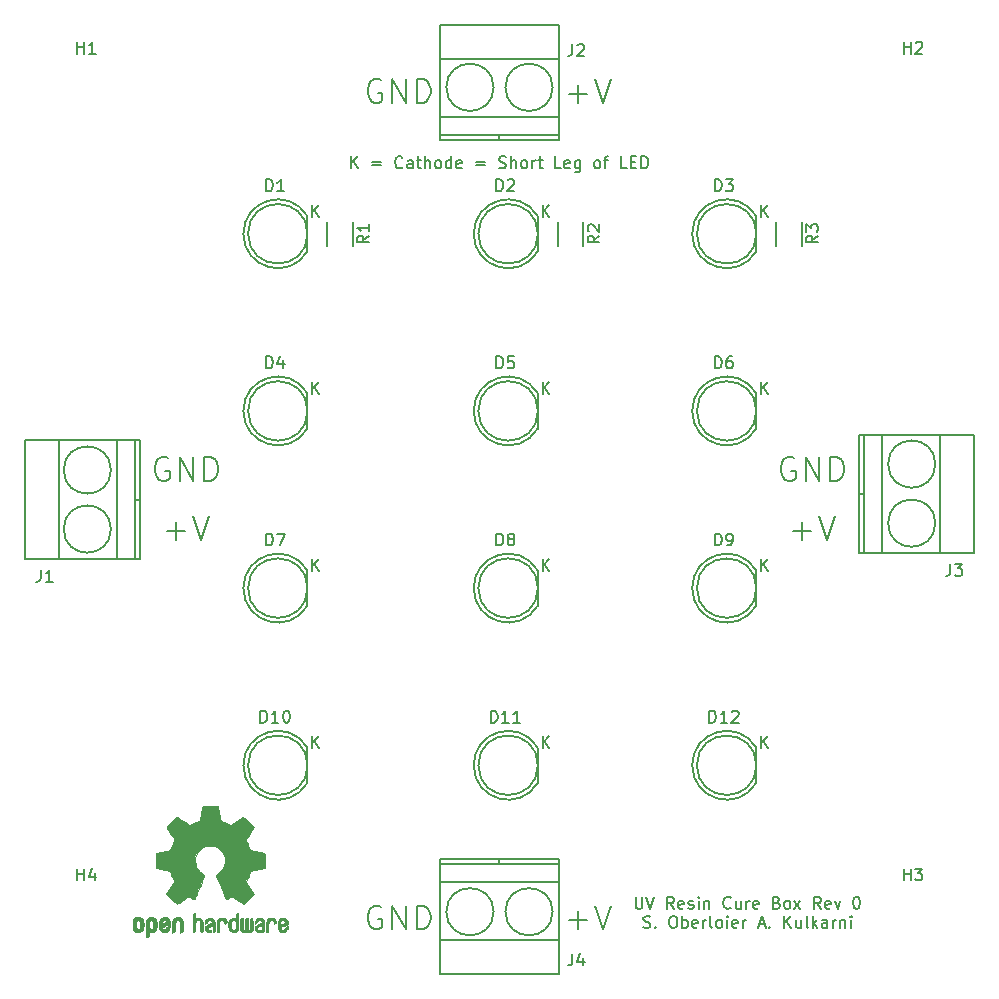
<source format=gbr>
G04 #@! TF.GenerationSoftware,KiCad,Pcbnew,6.0.0-unknown-b25ffc0~86~ubuntu16.04.1*
G04 #@! TF.CreationDate,2019-08-26T10:53:55-04:00*
G04 #@! TF.ProjectId,UV_Curing_Box,55565f43-7572-4696-9e67-5f426f782e6b,rev?*
G04 #@! TF.SameCoordinates,PX5f5e100PY68e7780*
G04 #@! TF.FileFunction,Legend,Top*
G04 #@! TF.FilePolarity,Positive*
%FSLAX46Y46*%
G04 Gerber Fmt 4.6, Leading zero omitted, Abs format (unit mm)*
G04 Created by KiCad (PCBNEW 6.0.0-unknown-b25ffc0~86~ubuntu16.04.1) date 2019-08-26 10:53:55*
%MOMM*%
%LPD*%
G04 APERTURE LIST*
%ADD10C,0.150000*%
%ADD11C,0.010000*%
G04 APERTURE END LIST*
D10*
X27452380Y68047620D02*
X27452380Y69047620D01*
X28023809Y68047620D02*
X27595238Y68619048D01*
X28023809Y69047620D02*
X27452380Y68476191D01*
X29214285Y68571429D02*
X29976190Y68571429D01*
X29976190Y68285715D02*
X29214285Y68285715D01*
X31785714Y68142858D02*
X31738095Y68095239D01*
X31595238Y68047620D01*
X31500000Y68047620D01*
X31357142Y68095239D01*
X31261904Y68190477D01*
X31214285Y68285715D01*
X31166666Y68476191D01*
X31166666Y68619048D01*
X31214285Y68809524D01*
X31261904Y68904762D01*
X31357142Y69000000D01*
X31500000Y69047620D01*
X31595238Y69047620D01*
X31738095Y69000000D01*
X31785714Y68952381D01*
X32642857Y68047620D02*
X32642857Y68571429D01*
X32595238Y68666667D01*
X32500000Y68714286D01*
X32309523Y68714286D01*
X32214285Y68666667D01*
X32642857Y68095239D02*
X32547619Y68047620D01*
X32309523Y68047620D01*
X32214285Y68095239D01*
X32166666Y68190477D01*
X32166666Y68285715D01*
X32214285Y68380953D01*
X32309523Y68428572D01*
X32547619Y68428572D01*
X32642857Y68476191D01*
X32976190Y68714286D02*
X33357142Y68714286D01*
X33119047Y69047620D02*
X33119047Y68190477D01*
X33166666Y68095239D01*
X33261904Y68047620D01*
X33357142Y68047620D01*
X33690476Y68047620D02*
X33690476Y69047620D01*
X34119047Y68047620D02*
X34119047Y68571429D01*
X34071428Y68666667D01*
X33976190Y68714286D01*
X33833333Y68714286D01*
X33738095Y68666667D01*
X33690476Y68619048D01*
X34738095Y68047620D02*
X34642857Y68095239D01*
X34595238Y68142858D01*
X34547619Y68238096D01*
X34547619Y68523810D01*
X34595238Y68619048D01*
X34642857Y68666667D01*
X34738095Y68714286D01*
X34880952Y68714286D01*
X34976190Y68666667D01*
X35023809Y68619048D01*
X35071428Y68523810D01*
X35071428Y68238096D01*
X35023809Y68142858D01*
X34976190Y68095239D01*
X34880952Y68047620D01*
X34738095Y68047620D01*
X35928571Y68047620D02*
X35928571Y69047620D01*
X35928571Y68095239D02*
X35833333Y68047620D01*
X35642857Y68047620D01*
X35547619Y68095239D01*
X35500000Y68142858D01*
X35452380Y68238096D01*
X35452380Y68523810D01*
X35500000Y68619048D01*
X35547619Y68666667D01*
X35642857Y68714286D01*
X35833333Y68714286D01*
X35928571Y68666667D01*
X36785714Y68095239D02*
X36690476Y68047620D01*
X36500000Y68047620D01*
X36404761Y68095239D01*
X36357142Y68190477D01*
X36357142Y68571429D01*
X36404761Y68666667D01*
X36500000Y68714286D01*
X36690476Y68714286D01*
X36785714Y68666667D01*
X36833333Y68571429D01*
X36833333Y68476191D01*
X36357142Y68380953D01*
X38023809Y68571429D02*
X38785714Y68571429D01*
X38785714Y68285715D02*
X38023809Y68285715D01*
X39976190Y68095239D02*
X40119047Y68047620D01*
X40357142Y68047620D01*
X40452380Y68095239D01*
X40500000Y68142858D01*
X40547619Y68238096D01*
X40547619Y68333334D01*
X40500000Y68428572D01*
X40452380Y68476191D01*
X40357142Y68523810D01*
X40166666Y68571429D01*
X40071428Y68619048D01*
X40023809Y68666667D01*
X39976190Y68761905D01*
X39976190Y68857143D01*
X40023809Y68952381D01*
X40071428Y69000000D01*
X40166666Y69047620D01*
X40404761Y69047620D01*
X40547619Y69000000D01*
X40976190Y68047620D02*
X40976190Y69047620D01*
X41404761Y68047620D02*
X41404761Y68571429D01*
X41357142Y68666667D01*
X41261904Y68714286D01*
X41119047Y68714286D01*
X41023809Y68666667D01*
X40976190Y68619048D01*
X42023809Y68047620D02*
X41928571Y68095239D01*
X41880952Y68142858D01*
X41833333Y68238096D01*
X41833333Y68523810D01*
X41880952Y68619048D01*
X41928571Y68666667D01*
X42023809Y68714286D01*
X42166666Y68714286D01*
X42261904Y68666667D01*
X42309523Y68619048D01*
X42357142Y68523810D01*
X42357142Y68238096D01*
X42309523Y68142858D01*
X42261904Y68095239D01*
X42166666Y68047620D01*
X42023809Y68047620D01*
X42785714Y68047620D02*
X42785714Y68714286D01*
X42785714Y68523810D02*
X42833333Y68619048D01*
X42880952Y68666667D01*
X42976190Y68714286D01*
X43071428Y68714286D01*
X43261904Y68714286D02*
X43642857Y68714286D01*
X43404761Y69047620D02*
X43404761Y68190477D01*
X43452380Y68095239D01*
X43547619Y68047620D01*
X43642857Y68047620D01*
X45214285Y68047620D02*
X44738095Y68047620D01*
X44738095Y69047620D01*
X45928571Y68095239D02*
X45833333Y68047620D01*
X45642857Y68047620D01*
X45547619Y68095239D01*
X45500000Y68190477D01*
X45500000Y68571429D01*
X45547619Y68666667D01*
X45642857Y68714286D01*
X45833333Y68714286D01*
X45928571Y68666667D01*
X45976190Y68571429D01*
X45976190Y68476191D01*
X45500000Y68380953D01*
X46833333Y68714286D02*
X46833333Y67904762D01*
X46785714Y67809524D01*
X46738095Y67761905D01*
X46642857Y67714286D01*
X46500000Y67714286D01*
X46404761Y67761905D01*
X46833333Y68095239D02*
X46738095Y68047620D01*
X46547619Y68047620D01*
X46452380Y68095239D01*
X46404761Y68142858D01*
X46357142Y68238096D01*
X46357142Y68523810D01*
X46404761Y68619048D01*
X46452380Y68666667D01*
X46547619Y68714286D01*
X46738095Y68714286D01*
X46833333Y68666667D01*
X48214285Y68047620D02*
X48119047Y68095239D01*
X48071428Y68142858D01*
X48023809Y68238096D01*
X48023809Y68523810D01*
X48071428Y68619048D01*
X48119047Y68666667D01*
X48214285Y68714286D01*
X48357142Y68714286D01*
X48452380Y68666667D01*
X48500000Y68619048D01*
X48547619Y68523810D01*
X48547619Y68238096D01*
X48500000Y68142858D01*
X48452380Y68095239D01*
X48357142Y68047620D01*
X48214285Y68047620D01*
X48833333Y68714286D02*
X49214285Y68714286D01*
X48976190Y68047620D02*
X48976190Y68904762D01*
X49023809Y69000000D01*
X49119047Y69047620D01*
X49214285Y69047620D01*
X50785714Y68047620D02*
X50309523Y68047620D01*
X50309523Y69047620D01*
X51119047Y68571429D02*
X51452380Y68571429D01*
X51595238Y68047620D02*
X51119047Y68047620D01*
X51119047Y69047620D01*
X51595238Y69047620D01*
X52023809Y68047620D02*
X52023809Y69047620D01*
X52261904Y69047620D01*
X52404761Y69000000D01*
X52500000Y68904762D01*
X52547619Y68809524D01*
X52595238Y68619048D01*
X52595238Y68476191D01*
X52547619Y68285715D01*
X52500000Y68190477D01*
X52404761Y68095239D01*
X52261904Y68047620D01*
X52023809Y68047620D01*
X51523809Y6352620D02*
X51523809Y5543096D01*
X51571428Y5447858D01*
X51619047Y5400239D01*
X51714285Y5352620D01*
X51904761Y5352620D01*
X52000000Y5400239D01*
X52047619Y5447858D01*
X52095238Y5543096D01*
X52095238Y6352620D01*
X52428571Y6352620D02*
X52761904Y5352620D01*
X53095238Y6352620D01*
X54761904Y5352620D02*
X54428571Y5828810D01*
X54190476Y5352620D02*
X54190476Y6352620D01*
X54571428Y6352620D01*
X54666666Y6305000D01*
X54714285Y6257381D01*
X54761904Y6162143D01*
X54761904Y6019286D01*
X54714285Y5924048D01*
X54666666Y5876429D01*
X54571428Y5828810D01*
X54190476Y5828810D01*
X55571428Y5400239D02*
X55476190Y5352620D01*
X55285714Y5352620D01*
X55190476Y5400239D01*
X55142857Y5495477D01*
X55142857Y5876429D01*
X55190476Y5971667D01*
X55285714Y6019286D01*
X55476190Y6019286D01*
X55571428Y5971667D01*
X55619047Y5876429D01*
X55619047Y5781191D01*
X55142857Y5685953D01*
X56000000Y5400239D02*
X56095238Y5352620D01*
X56285714Y5352620D01*
X56380952Y5400239D01*
X56428571Y5495477D01*
X56428571Y5543096D01*
X56380952Y5638334D01*
X56285714Y5685953D01*
X56142857Y5685953D01*
X56047619Y5733572D01*
X56000000Y5828810D01*
X56000000Y5876429D01*
X56047619Y5971667D01*
X56142857Y6019286D01*
X56285714Y6019286D01*
X56380952Y5971667D01*
X56857142Y5352620D02*
X56857142Y6019286D01*
X56857142Y6352620D02*
X56809523Y6305000D01*
X56857142Y6257381D01*
X56904761Y6305000D01*
X56857142Y6352620D01*
X56857142Y6257381D01*
X57333333Y6019286D02*
X57333333Y5352620D01*
X57333333Y5924048D02*
X57380952Y5971667D01*
X57476190Y6019286D01*
X57619047Y6019286D01*
X57714285Y5971667D01*
X57761904Y5876429D01*
X57761904Y5352620D01*
X59571428Y5447858D02*
X59523809Y5400239D01*
X59380952Y5352620D01*
X59285714Y5352620D01*
X59142857Y5400239D01*
X59047619Y5495477D01*
X59000000Y5590715D01*
X58952380Y5781191D01*
X58952380Y5924048D01*
X59000000Y6114524D01*
X59047619Y6209762D01*
X59142857Y6305000D01*
X59285714Y6352620D01*
X59380952Y6352620D01*
X59523809Y6305000D01*
X59571428Y6257381D01*
X60428571Y6019286D02*
X60428571Y5352620D01*
X60000000Y6019286D02*
X60000000Y5495477D01*
X60047619Y5400239D01*
X60142857Y5352620D01*
X60285714Y5352620D01*
X60380952Y5400239D01*
X60428571Y5447858D01*
X60904761Y5352620D02*
X60904761Y6019286D01*
X60904761Y5828810D02*
X60952380Y5924048D01*
X61000000Y5971667D01*
X61095238Y6019286D01*
X61190476Y6019286D01*
X61904761Y5400239D02*
X61809523Y5352620D01*
X61619047Y5352620D01*
X61523809Y5400239D01*
X61476190Y5495477D01*
X61476190Y5876429D01*
X61523809Y5971667D01*
X61619047Y6019286D01*
X61809523Y6019286D01*
X61904761Y5971667D01*
X61952380Y5876429D01*
X61952380Y5781191D01*
X61476190Y5685953D01*
X63476190Y5876429D02*
X63619047Y5828810D01*
X63666666Y5781191D01*
X63714285Y5685953D01*
X63714285Y5543096D01*
X63666666Y5447858D01*
X63619047Y5400239D01*
X63523809Y5352620D01*
X63142857Y5352620D01*
X63142857Y6352620D01*
X63476190Y6352620D01*
X63571428Y6305000D01*
X63619047Y6257381D01*
X63666666Y6162143D01*
X63666666Y6066905D01*
X63619047Y5971667D01*
X63571428Y5924048D01*
X63476190Y5876429D01*
X63142857Y5876429D01*
X64285714Y5352620D02*
X64190476Y5400239D01*
X64142857Y5447858D01*
X64095238Y5543096D01*
X64095238Y5828810D01*
X64142857Y5924048D01*
X64190476Y5971667D01*
X64285714Y6019286D01*
X64428571Y6019286D01*
X64523809Y5971667D01*
X64571428Y5924048D01*
X64619047Y5828810D01*
X64619047Y5543096D01*
X64571428Y5447858D01*
X64523809Y5400239D01*
X64428571Y5352620D01*
X64285714Y5352620D01*
X64952380Y5352620D02*
X65476190Y6019286D01*
X64952380Y6019286D02*
X65476190Y5352620D01*
X67190476Y5352620D02*
X66857142Y5828810D01*
X66619047Y5352620D02*
X66619047Y6352620D01*
X67000000Y6352620D01*
X67095238Y6305000D01*
X67142857Y6257381D01*
X67190476Y6162143D01*
X67190476Y6019286D01*
X67142857Y5924048D01*
X67095238Y5876429D01*
X67000000Y5828810D01*
X66619047Y5828810D01*
X68000000Y5400239D02*
X67904761Y5352620D01*
X67714285Y5352620D01*
X67619047Y5400239D01*
X67571428Y5495477D01*
X67571428Y5876429D01*
X67619047Y5971667D01*
X67714285Y6019286D01*
X67904761Y6019286D01*
X68000000Y5971667D01*
X68047619Y5876429D01*
X68047619Y5781191D01*
X67571428Y5685953D01*
X68380952Y6019286D02*
X68619047Y5352620D01*
X68857142Y6019286D01*
X70190476Y6352620D02*
X70285714Y6352620D01*
X70380952Y6305000D01*
X70428571Y6257381D01*
X70476190Y6162143D01*
X70523809Y5971667D01*
X70523809Y5733572D01*
X70476190Y5543096D01*
X70428571Y5447858D01*
X70380952Y5400239D01*
X70285714Y5352620D01*
X70190476Y5352620D01*
X70095238Y5400239D01*
X70047619Y5447858D01*
X70000000Y5543096D01*
X69952380Y5733572D01*
X69952380Y5971667D01*
X70000000Y6162143D01*
X70047619Y6257381D01*
X70095238Y6305000D01*
X70190476Y6352620D01*
X52190476Y3790239D02*
X52333333Y3742620D01*
X52571428Y3742620D01*
X52666666Y3790239D01*
X52714285Y3837858D01*
X52761904Y3933096D01*
X52761904Y4028334D01*
X52714285Y4123572D01*
X52666666Y4171191D01*
X52571428Y4218810D01*
X52380952Y4266429D01*
X52285714Y4314048D01*
X52238095Y4361667D01*
X52190476Y4456905D01*
X52190476Y4552143D01*
X52238095Y4647381D01*
X52285714Y4695000D01*
X52380952Y4742620D01*
X52619047Y4742620D01*
X52761904Y4695000D01*
X53190476Y3837858D02*
X53238095Y3790239D01*
X53190476Y3742620D01*
X53142857Y3790239D01*
X53190476Y3837858D01*
X53190476Y3742620D01*
X54619047Y4742620D02*
X54809523Y4742620D01*
X54904761Y4695000D01*
X55000000Y4599762D01*
X55047619Y4409286D01*
X55047619Y4075953D01*
X55000000Y3885477D01*
X54904761Y3790239D01*
X54809523Y3742620D01*
X54619047Y3742620D01*
X54523809Y3790239D01*
X54428571Y3885477D01*
X54380952Y4075953D01*
X54380952Y4409286D01*
X54428571Y4599762D01*
X54523809Y4695000D01*
X54619047Y4742620D01*
X55476190Y3742620D02*
X55476190Y4742620D01*
X55476190Y4361667D02*
X55571428Y4409286D01*
X55761904Y4409286D01*
X55857142Y4361667D01*
X55904761Y4314048D01*
X55952380Y4218810D01*
X55952380Y3933096D01*
X55904761Y3837858D01*
X55857142Y3790239D01*
X55761904Y3742620D01*
X55571428Y3742620D01*
X55476190Y3790239D01*
X56761904Y3790239D02*
X56666666Y3742620D01*
X56476190Y3742620D01*
X56380952Y3790239D01*
X56333333Y3885477D01*
X56333333Y4266429D01*
X56380952Y4361667D01*
X56476190Y4409286D01*
X56666666Y4409286D01*
X56761904Y4361667D01*
X56809523Y4266429D01*
X56809523Y4171191D01*
X56333333Y4075953D01*
X57238095Y3742620D02*
X57238095Y4409286D01*
X57238095Y4218810D02*
X57285714Y4314048D01*
X57333333Y4361667D01*
X57428571Y4409286D01*
X57523809Y4409286D01*
X58000000Y3742620D02*
X57904761Y3790239D01*
X57857142Y3885477D01*
X57857142Y4742620D01*
X58523809Y3742620D02*
X58428571Y3790239D01*
X58380952Y3837858D01*
X58333333Y3933096D01*
X58333333Y4218810D01*
X58380952Y4314048D01*
X58428571Y4361667D01*
X58523809Y4409286D01*
X58666666Y4409286D01*
X58761904Y4361667D01*
X58809523Y4314048D01*
X58857142Y4218810D01*
X58857142Y3933096D01*
X58809523Y3837858D01*
X58761904Y3790239D01*
X58666666Y3742620D01*
X58523809Y3742620D01*
X59285714Y3742620D02*
X59285714Y4409286D01*
X59285714Y4742620D02*
X59238095Y4695000D01*
X59285714Y4647381D01*
X59333333Y4695000D01*
X59285714Y4742620D01*
X59285714Y4647381D01*
X60142857Y3790239D02*
X60047619Y3742620D01*
X59857142Y3742620D01*
X59761904Y3790239D01*
X59714285Y3885477D01*
X59714285Y4266429D01*
X59761904Y4361667D01*
X59857142Y4409286D01*
X60047619Y4409286D01*
X60142857Y4361667D01*
X60190476Y4266429D01*
X60190476Y4171191D01*
X59714285Y4075953D01*
X60619047Y3742620D02*
X60619047Y4409286D01*
X60619047Y4218810D02*
X60666666Y4314048D01*
X60714285Y4361667D01*
X60809523Y4409286D01*
X60904761Y4409286D01*
X61952380Y4028334D02*
X62428571Y4028334D01*
X61857142Y3742620D02*
X62190476Y4742620D01*
X62523809Y3742620D01*
X62857142Y3837858D02*
X62904761Y3790239D01*
X62857142Y3742620D01*
X62809523Y3790239D01*
X62857142Y3837858D01*
X62857142Y3742620D01*
X64095238Y3742620D02*
X64095238Y4742620D01*
X64666666Y3742620D02*
X64238095Y4314048D01*
X64666666Y4742620D02*
X64095238Y4171191D01*
X65523809Y4409286D02*
X65523809Y3742620D01*
X65095238Y4409286D02*
X65095238Y3885477D01*
X65142857Y3790239D01*
X65238095Y3742620D01*
X65380952Y3742620D01*
X65476190Y3790239D01*
X65523809Y3837858D01*
X66142857Y3742620D02*
X66047619Y3790239D01*
X66000000Y3885477D01*
X66000000Y4742620D01*
X66523809Y3742620D02*
X66523809Y4742620D01*
X66619047Y4123572D02*
X66904761Y3742620D01*
X66904761Y4409286D02*
X66523809Y4028334D01*
X67761904Y3742620D02*
X67761904Y4266429D01*
X67714285Y4361667D01*
X67619047Y4409286D01*
X67428571Y4409286D01*
X67333333Y4361667D01*
X67761904Y3790239D02*
X67666666Y3742620D01*
X67428571Y3742620D01*
X67333333Y3790239D01*
X67285714Y3885477D01*
X67285714Y3980715D01*
X67333333Y4075953D01*
X67428571Y4123572D01*
X67666666Y4123572D01*
X67761904Y4171191D01*
X68238095Y3742620D02*
X68238095Y4409286D01*
X68238095Y4218810D02*
X68285714Y4314048D01*
X68333333Y4361667D01*
X68428571Y4409286D01*
X68523809Y4409286D01*
X68857142Y4409286D02*
X68857142Y3742620D01*
X68857142Y4314048D02*
X68904761Y4361667D01*
X69000000Y4409286D01*
X69142857Y4409286D01*
X69238095Y4361667D01*
X69285714Y4266429D01*
X69285714Y3742620D01*
X69761904Y3742620D02*
X69761904Y4409286D01*
X69761904Y4742620D02*
X69714285Y4695000D01*
X69761904Y4647381D01*
X69809523Y4695000D01*
X69761904Y4742620D01*
X69761904Y4647381D01*
X29976190Y75500000D02*
X29785714Y75595239D01*
X29500000Y75595239D01*
X29214285Y75500000D01*
X29023809Y75309524D01*
X28928571Y75119048D01*
X28833333Y74738096D01*
X28833333Y74452381D01*
X28928571Y74071429D01*
X29023809Y73880953D01*
X29214285Y73690477D01*
X29500000Y73595239D01*
X29690476Y73595239D01*
X29976190Y73690477D01*
X30071428Y73785715D01*
X30071428Y74452381D01*
X29690476Y74452381D01*
X30928571Y73595239D02*
X30928571Y75595239D01*
X32071428Y73595239D01*
X32071428Y75595239D01*
X33023809Y73595239D02*
X33023809Y75595239D01*
X33500000Y75595239D01*
X33785714Y75500000D01*
X33976190Y75309524D01*
X34071428Y75119048D01*
X34166666Y74738096D01*
X34166666Y74452381D01*
X34071428Y74071429D01*
X33976190Y73880953D01*
X33785714Y73690477D01*
X33500000Y73595239D01*
X33023809Y73595239D01*
X45880952Y74357143D02*
X47404761Y74357143D01*
X46642857Y73595239D02*
X46642857Y75119048D01*
X48071428Y75595239D02*
X48738095Y73595239D01*
X49404761Y75595239D01*
X45880952Y4357143D02*
X47404761Y4357143D01*
X46642857Y3595239D02*
X46642857Y5119048D01*
X48071428Y5595239D02*
X48738095Y3595239D01*
X49404761Y5595239D01*
X29976190Y5500000D02*
X29785714Y5595239D01*
X29500000Y5595239D01*
X29214285Y5500000D01*
X29023809Y5309524D01*
X28928571Y5119048D01*
X28833333Y4738096D01*
X28833333Y4452381D01*
X28928571Y4071429D01*
X29023809Y3880953D01*
X29214285Y3690477D01*
X29500000Y3595239D01*
X29690476Y3595239D01*
X29976190Y3690477D01*
X30071428Y3785715D01*
X30071428Y4452381D01*
X29690476Y4452381D01*
X30928571Y3595239D02*
X30928571Y5595239D01*
X32071428Y3595239D01*
X32071428Y5595239D01*
X33023809Y3595239D02*
X33023809Y5595239D01*
X33500000Y5595239D01*
X33785714Y5500000D01*
X33976190Y5309524D01*
X34071428Y5119048D01*
X34166666Y4738096D01*
X34166666Y4452381D01*
X34071428Y4071429D01*
X33976190Y3880953D01*
X33785714Y3690477D01*
X33500000Y3595239D01*
X33023809Y3595239D01*
X64976190Y43500000D02*
X64785714Y43595239D01*
X64500000Y43595239D01*
X64214285Y43500000D01*
X64023809Y43309524D01*
X63928571Y43119048D01*
X63833333Y42738096D01*
X63833333Y42452381D01*
X63928571Y42071429D01*
X64023809Y41880953D01*
X64214285Y41690477D01*
X64500000Y41595239D01*
X64690476Y41595239D01*
X64976190Y41690477D01*
X65071428Y41785715D01*
X65071428Y42452381D01*
X64690476Y42452381D01*
X65928571Y41595239D02*
X65928571Y43595239D01*
X67071428Y41595239D01*
X67071428Y43595239D01*
X68023809Y41595239D02*
X68023809Y43595239D01*
X68500000Y43595239D01*
X68785714Y43500000D01*
X68976190Y43309524D01*
X69071428Y43119048D01*
X69166666Y42738096D01*
X69166666Y42452381D01*
X69071428Y42071429D01*
X68976190Y41880953D01*
X68785714Y41690477D01*
X68500000Y41595239D01*
X68023809Y41595239D01*
X64880952Y37357143D02*
X66404761Y37357143D01*
X65642857Y36595239D02*
X65642857Y38119048D01*
X67071428Y38595239D02*
X67738095Y36595239D01*
X68404761Y38595239D01*
X11880952Y37357143D02*
X13404761Y37357143D01*
X12642857Y36595239D02*
X12642857Y38119048D01*
X14071428Y38595239D02*
X14738095Y36595239D01*
X15404761Y38595239D01*
X11976190Y43500000D02*
X11785714Y43595239D01*
X11500000Y43595239D01*
X11214285Y43500000D01*
X11023809Y43309524D01*
X10928571Y43119048D01*
X10833333Y42738096D01*
X10833333Y42452381D01*
X10928571Y42071429D01*
X11023809Y41880953D01*
X11214285Y41690477D01*
X11500000Y41595239D01*
X11690476Y41595239D01*
X11976190Y41690477D01*
X12071428Y41785715D01*
X12071428Y42452381D01*
X11690476Y42452381D01*
X12928571Y41595239D02*
X12928571Y43595239D01*
X14071428Y41595239D01*
X14071428Y43595239D01*
X15023809Y41595239D02*
X15023809Y43595239D01*
X15500000Y43595239D01*
X15785714Y43500000D01*
X15976190Y43309524D01*
X16071428Y43119048D01*
X16166666Y42738096D01*
X16166666Y42452381D01*
X16071428Y42071429D01*
X15976190Y41880953D01*
X15785714Y41690477D01*
X15500000Y41595239D01*
X15023809Y41595239D01*
D11*
G36*
X10056247Y4174618D02*
G01*
X10061826Y4269913D01*
X10069746Y4337636D01*
X10080731Y4385493D01*
X10095501Y4421187D01*
X10114782Y4452422D01*
X10123049Y4464176D01*
X10232712Y4575203D01*
X10371365Y4638153D01*
X10531754Y4655703D01*
X10671900Y4638097D01*
X10783450Y4582478D01*
X10881908Y4480069D01*
X10909023Y4442136D01*
X10938562Y4392500D01*
X10957728Y4338588D01*
X10968693Y4266636D01*
X10973629Y4162878D01*
X10974713Y4025899D01*
X10969818Y3838185D01*
X10952804Y3697242D01*
X10920177Y3592092D01*
X10868442Y3511757D01*
X10794104Y3445259D01*
X10788642Y3441322D01*
X10715380Y3401047D01*
X10627160Y3381120D01*
X10514962Y3376207D01*
X10332567Y3376207D01*
X10332491Y3199143D01*
X10330793Y3100530D01*
X10320450Y3042686D01*
X10293422Y3007994D01*
X10241668Y2978836D01*
X10229239Y2972879D01*
X10171077Y2944961D01*
X10126044Y2927328D01*
X10092559Y2925806D01*
X10069038Y2946219D01*
X10053900Y2994393D01*
X10045563Y3076154D01*
X10042444Y3197328D01*
X10042960Y3363740D01*
X10045529Y3581215D01*
X10046332Y3646264D01*
X10049222Y3870498D01*
X10051812Y4017179D01*
X10332414Y4017179D01*
X10333991Y3892674D01*
X10341000Y3811213D01*
X10356858Y3757485D01*
X10384981Y3716177D01*
X10404075Y3696029D01*
X10482135Y3637079D01*
X10551247Y3632280D01*
X10622560Y3680962D01*
X10624368Y3682759D01*
X10653383Y3720382D01*
X10671033Y3771516D01*
X10679936Y3850262D01*
X10682709Y3970724D01*
X10682759Y3997412D01*
X10676058Y4163417D01*
X10654248Y4278495D01*
X10614765Y4348746D01*
X10555044Y4380271D01*
X10520528Y4383448D01*
X10438611Y4368540D01*
X10382421Y4319452D01*
X10348598Y4229638D01*
X10333780Y4092555D01*
X10332414Y4017179D01*
X10051812Y4017179D01*
X10052287Y4044048D01*
X10056247Y4174618D01*
G37*
X10056247Y4174618D02*
X10061826Y4269913D01*
X10069746Y4337636D01*
X10080731Y4385493D01*
X10095501Y4421187D01*
X10114782Y4452422D01*
X10123049Y4464176D01*
X10232712Y4575203D01*
X10371365Y4638153D01*
X10531754Y4655703D01*
X10671900Y4638097D01*
X10783450Y4582478D01*
X10881908Y4480069D01*
X10909023Y4442136D01*
X10938562Y4392500D01*
X10957728Y4338588D01*
X10968693Y4266636D01*
X10973629Y4162878D01*
X10974713Y4025899D01*
X10969818Y3838185D01*
X10952804Y3697242D01*
X10920177Y3592092D01*
X10868442Y3511757D01*
X10794104Y3445259D01*
X10788642Y3441322D01*
X10715380Y3401047D01*
X10627160Y3381120D01*
X10514962Y3376207D01*
X10332567Y3376207D01*
X10332491Y3199143D01*
X10330793Y3100530D01*
X10320450Y3042686D01*
X10293422Y3007994D01*
X10241668Y2978836D01*
X10229239Y2972879D01*
X10171077Y2944961D01*
X10126044Y2927328D01*
X10092559Y2925806D01*
X10069038Y2946219D01*
X10053900Y2994393D01*
X10045563Y3076154D01*
X10042444Y3197328D01*
X10042960Y3363740D01*
X10045529Y3581215D01*
X10046332Y3646264D01*
X10049222Y3870498D01*
X10051812Y4017179D01*
X10332414Y4017179D01*
X10333991Y3892674D01*
X10341000Y3811213D01*
X10356858Y3757485D01*
X10384981Y3716177D01*
X10404075Y3696029D01*
X10482135Y3637079D01*
X10551247Y3632280D01*
X10622560Y3680962D01*
X10624368Y3682759D01*
X10653383Y3720382D01*
X10671033Y3771516D01*
X10679936Y3850262D01*
X10682709Y3970724D01*
X10682759Y3997412D01*
X10676058Y4163417D01*
X10654248Y4278495D01*
X10614765Y4348746D01*
X10555044Y4380271D01*
X10520528Y4383448D01*
X10438611Y4368540D01*
X10382421Y4319452D01*
X10348598Y4229638D01*
X10333780Y4092555D01*
X10332414Y4017179D01*
X10051812Y4017179D01*
X10052287Y4044048D01*
X10056247Y4174618D01*
G36*
X12917429Y4622281D02*
G01*
X13011123Y4568086D01*
X13076264Y4514293D01*
X13123907Y4457934D01*
X13156728Y4389013D01*
X13177406Y4297532D01*
X13188620Y4173494D01*
X13193049Y4006902D01*
X13193563Y3887149D01*
X13193563Y3446341D01*
X13069483Y3390717D01*
X12945402Y3335093D01*
X12930805Y3817905D01*
X12924773Y3998221D01*
X12918445Y4129099D01*
X12910606Y4219489D01*
X12900037Y4278336D01*
X12885523Y4314587D01*
X12865848Y4337190D01*
X12859535Y4342083D01*
X12763888Y4380294D01*
X12667207Y4365173D01*
X12609655Y4325057D01*
X12586245Y4296630D01*
X12570039Y4259328D01*
X12559741Y4202777D01*
X12554049Y4116606D01*
X12551664Y3990442D01*
X12551264Y3858958D01*
X12551186Y3694001D01*
X12548361Y3577239D01*
X12538907Y3498490D01*
X12518940Y3447569D01*
X12484576Y3414294D01*
X12431932Y3388480D01*
X12361617Y3361656D01*
X12284820Y3332458D01*
X12293962Y3850654D01*
X12297643Y4037461D01*
X12301950Y4175510D01*
X12308123Y4274432D01*
X12317402Y4343855D01*
X12331027Y4393410D01*
X12350239Y4432727D01*
X12373402Y4467416D01*
X12485152Y4578230D01*
X12621513Y4642311D01*
X12769825Y4657661D01*
X12917429Y4622281D01*
G37*
X12917429Y4622281D02*
X13011123Y4568086D01*
X13076264Y4514293D01*
X13123907Y4457934D01*
X13156728Y4389013D01*
X13177406Y4297532D01*
X13188620Y4173494D01*
X13193049Y4006902D01*
X13193563Y3887149D01*
X13193563Y3446341D01*
X13069483Y3390717D01*
X12945402Y3335093D01*
X12930805Y3817905D01*
X12924773Y3998221D01*
X12918445Y4129099D01*
X12910606Y4219489D01*
X12900037Y4278336D01*
X12885523Y4314587D01*
X12865848Y4337190D01*
X12859535Y4342083D01*
X12763888Y4380294D01*
X12667207Y4365173D01*
X12609655Y4325057D01*
X12586245Y4296630D01*
X12570039Y4259328D01*
X12559741Y4202777D01*
X12554049Y4116606D01*
X12551664Y3990442D01*
X12551264Y3858958D01*
X12551186Y3694001D01*
X12548361Y3577239D01*
X12538907Y3498490D01*
X12518940Y3447569D01*
X12484576Y3414294D01*
X12431932Y3388480D01*
X12361617Y3361656D01*
X12284820Y3332458D01*
X12293962Y3850654D01*
X12297643Y4037461D01*
X12301950Y4175510D01*
X12308123Y4274432D01*
X12317402Y4343855D01*
X12331027Y4393410D01*
X12350239Y4432727D01*
X12373402Y4467416D01*
X12485152Y4578230D01*
X12621513Y4642311D01*
X12769825Y4657661D01*
X12917429Y4622281D01*
G36*
X8936688Y4259451D02*
G01*
X8946688Y4332286D01*
X8964079Y4385892D01*
X8990816Y4433319D01*
X8996724Y4442136D01*
X9096032Y4560993D01*
X9204242Y4629992D01*
X9335981Y4657381D01*
X9380717Y4658719D01*
X9548221Y4633985D01*
X9685061Y4562032D01*
X9786051Y4446234D01*
X9821925Y4371787D01*
X9849839Y4260008D01*
X9864129Y4118773D01*
X9865484Y3964629D01*
X9854595Y3814121D01*
X9832153Y3683795D01*
X9798850Y3590197D01*
X9788615Y3574078D01*
X9667382Y3453751D01*
X9523387Y3381683D01*
X9367139Y3360592D01*
X9209148Y3393198D01*
X9165180Y3412747D01*
X9079556Y3472988D01*
X9004408Y3552865D01*
X8997306Y3562996D01*
X8968439Y3611819D01*
X8949357Y3664010D01*
X8938084Y3732715D01*
X8932645Y3831082D01*
X8931062Y3972256D01*
X8931035Y4003908D01*
X8931107Y4013981D01*
X9222989Y4013981D01*
X9224687Y3880744D01*
X9231372Y3792326D01*
X9245425Y3735215D01*
X9269229Y3695898D01*
X9281379Y3682759D01*
X9351236Y3632828D01*
X9419059Y3635105D01*
X9487635Y3678416D01*
X9528535Y3724654D01*
X9552758Y3792143D01*
X9566361Y3898567D01*
X9567294Y3910980D01*
X9569616Y4103853D01*
X9545350Y4247100D01*
X9494824Y4339840D01*
X9418368Y4381193D01*
X9391076Y4383448D01*
X9319411Y4372107D01*
X9270390Y4332816D01*
X9240418Y4257674D01*
X9225899Y4138778D01*
X9222989Y4013981D01*
X8931107Y4013981D01*
X8932122Y4154341D01*
X8936688Y4259451D01*
G37*
X8936688Y4259451D02*
X8946688Y4332286D01*
X8964079Y4385892D01*
X8990816Y4433319D01*
X8996724Y4442136D01*
X9096032Y4560993D01*
X9204242Y4629992D01*
X9335981Y4657381D01*
X9380717Y4658719D01*
X9548221Y4633985D01*
X9685061Y4562032D01*
X9786051Y4446234D01*
X9821925Y4371787D01*
X9849839Y4260008D01*
X9864129Y4118773D01*
X9865484Y3964629D01*
X9854595Y3814121D01*
X9832153Y3683795D01*
X9798850Y3590197D01*
X9788615Y3574078D01*
X9667382Y3453751D01*
X9523387Y3381683D01*
X9367139Y3360592D01*
X9209148Y3393198D01*
X9165180Y3412747D01*
X9079556Y3472988D01*
X9004408Y3552865D01*
X8997306Y3562996D01*
X8968439Y3611819D01*
X8949357Y3664010D01*
X8938084Y3732715D01*
X8932645Y3831082D01*
X8931062Y3972256D01*
X8931035Y4003908D01*
X8931107Y4013981D01*
X9222989Y4013981D01*
X9224687Y3880744D01*
X9231372Y3792326D01*
X9245425Y3735215D01*
X9269229Y3695898D01*
X9281379Y3682759D01*
X9351236Y3632828D01*
X9419059Y3635105D01*
X9487635Y3678416D01*
X9528535Y3724654D01*
X9552758Y3792143D01*
X9566361Y3898567D01*
X9567294Y3910980D01*
X9569616Y4103853D01*
X9545350Y4247100D01*
X9494824Y4339840D01*
X9418368Y4381193D01*
X9391076Y4383448D01*
X9319411Y4372107D01*
X9270390Y4332816D01*
X9240418Y4257674D01*
X9225899Y4138778D01*
X9222989Y4013981D01*
X8931107Y4013981D01*
X8932122Y4154341D01*
X8936688Y4259451D01*
G36*
X11218634Y4404171D02*
G01*
X11286836Y4502553D01*
X11409935Y4601970D01*
X11545528Y4651289D01*
X11683955Y4654432D01*
X11815552Y4615324D01*
X11930658Y4537889D01*
X12019611Y4426051D01*
X12072749Y4283735D01*
X12083497Y4178985D01*
X12082276Y4135274D01*
X12072056Y4101806D01*
X12043961Y4071821D01*
X11989116Y4038560D01*
X11898645Y3995262D01*
X11763672Y3935167D01*
X11762989Y3934866D01*
X11638751Y3877963D01*
X11536873Y3827435D01*
X11467767Y3788720D01*
X11441846Y3767260D01*
X11441839Y3767087D01*
X11464685Y3720356D01*
X11518109Y3668846D01*
X11579442Y3631739D01*
X11610515Y3624368D01*
X11695289Y3649862D01*
X11768293Y3713709D01*
X11803913Y3783906D01*
X11838180Y3835657D01*
X11905303Y3894591D01*
X11984208Y3945504D01*
X12053821Y3973191D01*
X12068377Y3974713D01*
X12084763Y3949679D01*
X12085750Y3885689D01*
X12073708Y3799407D01*
X12051007Y3707499D01*
X12020014Y3626631D01*
X12018448Y3623491D01*
X11925181Y3493266D01*
X11804304Y3404689D01*
X11667027Y3361214D01*
X11524560Y3366294D01*
X11388112Y3423384D01*
X11382045Y3427398D01*
X11274710Y3524674D01*
X11204132Y3651591D01*
X11165074Y3818474D01*
X11159832Y3865361D01*
X11150548Y4086671D01*
X11161678Y4189876D01*
X11441839Y4189876D01*
X11445479Y4125497D01*
X11465389Y4106709D01*
X11515026Y4120765D01*
X11593267Y4153991D01*
X11680726Y4195641D01*
X11682899Y4196744D01*
X11757030Y4235735D01*
X11786781Y4261756D01*
X11779445Y4289035D01*
X11748553Y4324879D01*
X11669960Y4376749D01*
X11585323Y4380561D01*
X11509403Y4342811D01*
X11456965Y4269999D01*
X11441839Y4189876D01*
X11161678Y4189876D01*
X11169644Y4263739D01*
X11218634Y4404171D01*
G37*
X11218634Y4404171D02*
X11286836Y4502553D01*
X11409935Y4601970D01*
X11545528Y4651289D01*
X11683955Y4654432D01*
X11815552Y4615324D01*
X11930658Y4537889D01*
X12019611Y4426051D01*
X12072749Y4283735D01*
X12083497Y4178985D01*
X12082276Y4135274D01*
X12072056Y4101806D01*
X12043961Y4071821D01*
X11989116Y4038560D01*
X11898645Y3995262D01*
X11763672Y3935167D01*
X11762989Y3934866D01*
X11638751Y3877963D01*
X11536873Y3827435D01*
X11467767Y3788720D01*
X11441846Y3767260D01*
X11441839Y3767087D01*
X11464685Y3720356D01*
X11518109Y3668846D01*
X11579442Y3631739D01*
X11610515Y3624368D01*
X11695289Y3649862D01*
X11768293Y3713709D01*
X11803913Y3783906D01*
X11838180Y3835657D01*
X11905303Y3894591D01*
X11984208Y3945504D01*
X12053821Y3973191D01*
X12068377Y3974713D01*
X12084763Y3949679D01*
X12085750Y3885689D01*
X12073708Y3799407D01*
X12051007Y3707499D01*
X12020014Y3626631D01*
X12018448Y3623491D01*
X11925181Y3493266D01*
X11804304Y3404689D01*
X11667027Y3361214D01*
X11524560Y3366294D01*
X11388112Y3423384D01*
X11382045Y3427398D01*
X11274710Y3524674D01*
X11204132Y3651591D01*
X11165074Y3818474D01*
X11159832Y3865361D01*
X11150548Y4086671D01*
X11161678Y4189876D01*
X11441839Y4189876D01*
X11445479Y4125497D01*
X11465389Y4106709D01*
X11515026Y4120765D01*
X11593267Y4153991D01*
X11680726Y4195641D01*
X11682899Y4196744D01*
X11757030Y4235735D01*
X11786781Y4261756D01*
X11779445Y4289035D01*
X11748553Y4324879D01*
X11669960Y4376749D01*
X11585323Y4380561D01*
X11509403Y4342811D01*
X11456965Y4269999D01*
X11441839Y4189876D01*
X11161678Y4189876D01*
X11169644Y4263739D01*
X11218634Y4404171D01*
G36*
X14244598Y4776143D02*
G01*
X14253154Y4656812D01*
X14262981Y4586494D01*
X14276599Y4555821D01*
X14296527Y4555429D01*
X14302989Y4559090D01*
X14388940Y4585602D01*
X14500745Y4584054D01*
X14614414Y4556801D01*
X14685510Y4521545D01*
X14758405Y4465222D01*
X14811693Y4401481D01*
X14848275Y4320490D01*
X14871050Y4212414D01*
X14882919Y4067420D01*
X14886782Y3875674D01*
X14886851Y3838891D01*
X14886897Y3425712D01*
X14794954Y3393661D01*
X14729652Y3371856D01*
X14693824Y3361703D01*
X14692770Y3361609D01*
X14689242Y3389140D01*
X14686239Y3465077D01*
X14683990Y3579435D01*
X14682724Y3722231D01*
X14682529Y3809049D01*
X14682123Y3980227D01*
X14680032Y4102912D01*
X14674947Y4187000D01*
X14665560Y4242386D01*
X14650561Y4278968D01*
X14628642Y4306641D01*
X14614957Y4319968D01*
X14520949Y4373672D01*
X14418364Y4377693D01*
X14325290Y4332275D01*
X14308078Y4315877D01*
X14282832Y4285043D01*
X14265320Y4248469D01*
X14254142Y4195585D01*
X14247896Y4115823D01*
X14245182Y3998615D01*
X14244598Y3837009D01*
X14244598Y3425712D01*
X14152655Y3393661D01*
X14087353Y3371856D01*
X14051525Y3361703D01*
X14050471Y3361609D01*
X14047775Y3389552D01*
X14045345Y3468370D01*
X14043278Y3590547D01*
X14041671Y3748568D01*
X14040623Y3934917D01*
X14040231Y4142080D01*
X14040230Y4151294D01*
X14040230Y4940980D01*
X14135115Y4981003D01*
X14230000Y5021027D01*
X14244598Y4776143D01*
G37*
X14244598Y4776143D02*
X14253154Y4656812D01*
X14262981Y4586494D01*
X14276599Y4555821D01*
X14296527Y4555429D01*
X14302989Y4559090D01*
X14388940Y4585602D01*
X14500745Y4584054D01*
X14614414Y4556801D01*
X14685510Y4521545D01*
X14758405Y4465222D01*
X14811693Y4401481D01*
X14848275Y4320490D01*
X14871050Y4212414D01*
X14882919Y4067420D01*
X14886782Y3875674D01*
X14886851Y3838891D01*
X14886897Y3425712D01*
X14794954Y3393661D01*
X14729652Y3371856D01*
X14693824Y3361703D01*
X14692770Y3361609D01*
X14689242Y3389140D01*
X14686239Y3465077D01*
X14683990Y3579435D01*
X14682724Y3722231D01*
X14682529Y3809049D01*
X14682123Y3980227D01*
X14680032Y4102912D01*
X14674947Y4187000D01*
X14665560Y4242386D01*
X14650561Y4278968D01*
X14628642Y4306641D01*
X14614957Y4319968D01*
X14520949Y4373672D01*
X14418364Y4377693D01*
X14325290Y4332275D01*
X14308078Y4315877D01*
X14282832Y4285043D01*
X14265320Y4248469D01*
X14254142Y4195585D01*
X14247896Y4115823D01*
X14245182Y3998615D01*
X14244598Y3837009D01*
X14244598Y3425712D01*
X14152655Y3393661D01*
X14087353Y3371856D01*
X14051525Y3361703D01*
X14050471Y3361609D01*
X14047775Y3389552D01*
X14045345Y3468370D01*
X14043278Y3590547D01*
X14041671Y3748568D01*
X14040623Y3934917D01*
X14040231Y4142080D01*
X14040230Y4151294D01*
X14040230Y4940980D01*
X14135115Y4981003D01*
X14230000Y5021027D01*
X14244598Y4776143D01*
G36*
X15579944Y4575640D02*
G01*
X15694343Y4533158D01*
X15695652Y4532342D01*
X15766403Y4480270D01*
X15818636Y4419416D01*
X15855371Y4340113D01*
X15879634Y4232691D01*
X15894445Y4087483D01*
X15902829Y3894821D01*
X15903564Y3867372D01*
X15914120Y3453479D01*
X15825291Y3407544D01*
X15761018Y3376502D01*
X15722210Y3361794D01*
X15720415Y3361609D01*
X15713700Y3388750D01*
X15708365Y3461959D01*
X15705083Y3568919D01*
X15704368Y3655531D01*
X15704351Y3795838D01*
X15697937Y3883949D01*
X15675580Y3925975D01*
X15627732Y3928025D01*
X15544849Y3896210D01*
X15419713Y3837728D01*
X15327697Y3789155D01*
X15280371Y3747014D01*
X15266458Y3701084D01*
X15266437Y3698811D01*
X15289395Y3619689D01*
X15357370Y3576945D01*
X15461398Y3570754D01*
X15536330Y3571828D01*
X15575839Y3550247D01*
X15600478Y3498409D01*
X15614659Y3432368D01*
X15594223Y3394896D01*
X15586528Y3389533D01*
X15514083Y3367994D01*
X15412633Y3364945D01*
X15308157Y3379222D01*
X15234125Y3405312D01*
X15131772Y3492215D01*
X15073591Y3613184D01*
X15062069Y3707692D01*
X15070862Y3792938D01*
X15102680Y3862524D01*
X15165684Y3924328D01*
X15268031Y3986228D01*
X15417882Y4056103D01*
X15427012Y4060052D01*
X15561997Y4122412D01*
X15645294Y4173554D01*
X15680997Y4219512D01*
X15673203Y4266317D01*
X15626007Y4320002D01*
X15611894Y4332356D01*
X15517359Y4380259D01*
X15419406Y4378242D01*
X15334097Y4331276D01*
X15277496Y4244331D01*
X15272237Y4227266D01*
X15221023Y4144496D01*
X15156037Y4104628D01*
X15062069Y4065118D01*
X15062069Y4167342D01*
X15090653Y4315928D01*
X15175495Y4452216D01*
X15219645Y4497809D01*
X15320005Y4556326D01*
X15447635Y4582816D01*
X15579944Y4575640D01*
G37*
X15579944Y4575640D02*
X15694343Y4533158D01*
X15695652Y4532342D01*
X15766403Y4480270D01*
X15818636Y4419416D01*
X15855371Y4340113D01*
X15879634Y4232691D01*
X15894445Y4087483D01*
X15902829Y3894821D01*
X15903564Y3867372D01*
X15914120Y3453479D01*
X15825291Y3407544D01*
X15761018Y3376502D01*
X15722210Y3361794D01*
X15720415Y3361609D01*
X15713700Y3388750D01*
X15708365Y3461959D01*
X15705083Y3568919D01*
X15704368Y3655531D01*
X15704351Y3795838D01*
X15697937Y3883949D01*
X15675580Y3925975D01*
X15627732Y3928025D01*
X15544849Y3896210D01*
X15419713Y3837728D01*
X15327697Y3789155D01*
X15280371Y3747014D01*
X15266458Y3701084D01*
X15266437Y3698811D01*
X15289395Y3619689D01*
X15357370Y3576945D01*
X15461398Y3570754D01*
X15536330Y3571828D01*
X15575839Y3550247D01*
X15600478Y3498409D01*
X15614659Y3432368D01*
X15594223Y3394896D01*
X15586528Y3389533D01*
X15514083Y3367994D01*
X15412633Y3364945D01*
X15308157Y3379222D01*
X15234125Y3405312D01*
X15131772Y3492215D01*
X15073591Y3613184D01*
X15062069Y3707692D01*
X15070862Y3792938D01*
X15102680Y3862524D01*
X15165684Y3924328D01*
X15268031Y3986228D01*
X15417882Y4056103D01*
X15427012Y4060052D01*
X15561997Y4122412D01*
X15645294Y4173554D01*
X15680997Y4219512D01*
X15673203Y4266317D01*
X15626007Y4320002D01*
X15611894Y4332356D01*
X15517359Y4380259D01*
X15419406Y4378242D01*
X15334097Y4331276D01*
X15277496Y4244331D01*
X15272237Y4227266D01*
X15221023Y4144496D01*
X15156037Y4104628D01*
X15062069Y4065118D01*
X15062069Y4167342D01*
X15090653Y4315928D01*
X15175495Y4452216D01*
X15219645Y4497809D01*
X15320005Y4556326D01*
X15447635Y4582816D01*
X15579944Y4575640D01*
G36*
X16565943Y4578080D02*
G01*
X16698565Y4529141D01*
X16806010Y4442581D01*
X16848032Y4381648D01*
X16893843Y4269839D01*
X16892891Y4188994D01*
X16844808Y4134622D01*
X16827017Y4125376D01*
X16750204Y4096550D01*
X16710976Y4103935D01*
X16697689Y4152342D01*
X16697012Y4179080D01*
X16672686Y4277452D01*
X16609281Y4346266D01*
X16521154Y4379502D01*
X16422663Y4371139D01*
X16342602Y4327704D01*
X16315561Y4302928D01*
X16296394Y4272871D01*
X16283446Y4227435D01*
X16275064Y4156524D01*
X16269593Y4050040D01*
X16265378Y3897888D01*
X16264287Y3849713D01*
X16260307Y3684905D01*
X16255781Y3568912D01*
X16248995Y3492167D01*
X16238231Y3445107D01*
X16221773Y3418165D01*
X16197906Y3401777D01*
X16182626Y3394537D01*
X16117733Y3369780D01*
X16079534Y3361609D01*
X16066912Y3388897D01*
X16059208Y3471397D01*
X16056380Y3610059D01*
X16058386Y3805838D01*
X16059011Y3836035D01*
X16063421Y4014651D01*
X16068635Y4145077D01*
X16076055Y4237508D01*
X16087082Y4302142D01*
X16103117Y4349175D01*
X16125561Y4388804D01*
X16137302Y4405785D01*
X16204619Y4480920D01*
X16279910Y4539362D01*
X16289128Y4544464D01*
X16424133Y4584740D01*
X16565943Y4578080D01*
G37*
X16565943Y4578080D02*
X16698565Y4529141D01*
X16806010Y4442581D01*
X16848032Y4381648D01*
X16893843Y4269839D01*
X16892891Y4188994D01*
X16844808Y4134622D01*
X16827017Y4125376D01*
X16750204Y4096550D01*
X16710976Y4103935D01*
X16697689Y4152342D01*
X16697012Y4179080D01*
X16672686Y4277452D01*
X16609281Y4346266D01*
X16521154Y4379502D01*
X16422663Y4371139D01*
X16342602Y4327704D01*
X16315561Y4302928D01*
X16296394Y4272871D01*
X16283446Y4227435D01*
X16275064Y4156524D01*
X16269593Y4050040D01*
X16265378Y3897888D01*
X16264287Y3849713D01*
X16260307Y3684905D01*
X16255781Y3568912D01*
X16248995Y3492167D01*
X16238231Y3445107D01*
X16221773Y3418165D01*
X16197906Y3401777D01*
X16182626Y3394537D01*
X16117733Y3369780D01*
X16079534Y3361609D01*
X16066912Y3388897D01*
X16059208Y3471397D01*
X16056380Y3610059D01*
X16058386Y3805838D01*
X16059011Y3836035D01*
X16063421Y4014651D01*
X16068635Y4145077D01*
X16076055Y4237508D01*
X16087082Y4302142D01*
X16103117Y4349175D01*
X16125561Y4388804D01*
X16137302Y4405785D01*
X16204619Y4480920D01*
X16279910Y4539362D01*
X16289128Y4544464D01*
X16424133Y4584740D01*
X16565943Y4578080D01*
G36*
X17078472Y4295805D02*
G01*
X17123548Y4399368D01*
X17193928Y4480144D01*
X17248743Y4521545D01*
X17348376Y4566272D01*
X17463855Y4587033D01*
X17571199Y4581475D01*
X17631264Y4559057D01*
X17654835Y4552677D01*
X17670477Y4576465D01*
X17681395Y4640212D01*
X17689655Y4737313D01*
X17698699Y4845459D01*
X17711261Y4910525D01*
X17734119Y4947732D01*
X17774051Y4972301D01*
X17799138Y4983181D01*
X17894023Y5022928D01*
X17893914Y4345545D01*
X17893543Y4127339D01*
X17892108Y3959481D01*
X17889002Y3833930D01*
X17883622Y3742645D01*
X17875362Y3677585D01*
X17863616Y3630709D01*
X17847781Y3593976D01*
X17835790Y3573009D01*
X17736490Y3459306D01*
X17610588Y3388035D01*
X17471291Y3362462D01*
X17331805Y3385850D01*
X17248743Y3427881D01*
X17161545Y3500589D01*
X17102117Y3589388D01*
X17066261Y3705680D01*
X17049781Y3860865D01*
X17047447Y3974713D01*
X17047761Y3982894D01*
X17251724Y3982894D01*
X17252970Y3852343D01*
X17258678Y3765920D01*
X17271804Y3709382D01*
X17295306Y3668486D01*
X17323386Y3637638D01*
X17417688Y3578095D01*
X17518940Y3573008D01*
X17614636Y3622721D01*
X17622084Y3629457D01*
X17653874Y3664498D01*
X17673808Y3706189D01*
X17684600Y3768238D01*
X17688965Y3864356D01*
X17689655Y3970621D01*
X17688159Y4104120D01*
X17681964Y4193178D01*
X17668514Y4251707D01*
X17645251Y4293618D01*
X17626175Y4315877D01*
X17537563Y4372015D01*
X17435508Y4378765D01*
X17338095Y4335886D01*
X17319296Y4319968D01*
X17287293Y4284618D01*
X17267318Y4242498D01*
X17256593Y4179749D01*
X17252339Y4082513D01*
X17251724Y3982894D01*
X17047761Y3982894D01*
X17054504Y4158053D01*
X17078472Y4295805D01*
G37*
X17078472Y4295805D02*
X17123548Y4399368D01*
X17193928Y4480144D01*
X17248743Y4521545D01*
X17348376Y4566272D01*
X17463855Y4587033D01*
X17571199Y4581475D01*
X17631264Y4559057D01*
X17654835Y4552677D01*
X17670477Y4576465D01*
X17681395Y4640212D01*
X17689655Y4737313D01*
X17698699Y4845459D01*
X17711261Y4910525D01*
X17734119Y4947732D01*
X17774051Y4972301D01*
X17799138Y4983181D01*
X17894023Y5022928D01*
X17893914Y4345545D01*
X17893543Y4127339D01*
X17892108Y3959481D01*
X17889002Y3833930D01*
X17883622Y3742645D01*
X17875362Y3677585D01*
X17863616Y3630709D01*
X17847781Y3593976D01*
X17835790Y3573009D01*
X17736490Y3459306D01*
X17610588Y3388035D01*
X17471291Y3362462D01*
X17331805Y3385850D01*
X17248743Y3427881D01*
X17161545Y3500589D01*
X17102117Y3589388D01*
X17066261Y3705680D01*
X17049781Y3860865D01*
X17047447Y3974713D01*
X17047761Y3982894D01*
X17251724Y3982894D01*
X17252970Y3852343D01*
X17258678Y3765920D01*
X17271804Y3709382D01*
X17295306Y3668486D01*
X17323386Y3637638D01*
X17417688Y3578095D01*
X17518940Y3573008D01*
X17614636Y3622721D01*
X17622084Y3629457D01*
X17653874Y3664498D01*
X17673808Y3706189D01*
X17684600Y3768238D01*
X17688965Y3864356D01*
X17689655Y3970621D01*
X17688159Y4104120D01*
X17681964Y4193178D01*
X17668514Y4251707D01*
X17645251Y4293618D01*
X17626175Y4315877D01*
X17537563Y4372015D01*
X17435508Y4378765D01*
X17338095Y4335886D01*
X17319296Y4319968D01*
X17287293Y4284618D01*
X17267318Y4242498D01*
X17256593Y4179749D01*
X17252339Y4082513D01*
X17251724Y3982894D01*
X17047761Y3982894D01*
X17054504Y4158053D01*
X17078472Y4295805D01*
G36*
X19080124Y4560160D02*
G01*
X19084579Y4483347D01*
X19088071Y4366609D01*
X19090315Y4219179D01*
X19091035Y4064545D01*
X19091035Y3541273D01*
X18998645Y3448883D01*
X18934978Y3391953D01*
X18879089Y3368893D01*
X18802702Y3370353D01*
X18772380Y3374066D01*
X18677610Y3384874D01*
X18599222Y3391067D01*
X18580115Y3391639D01*
X18515699Y3387898D01*
X18423571Y3378506D01*
X18387850Y3374066D01*
X18300114Y3367199D01*
X18241153Y3382115D01*
X18182690Y3428165D01*
X18161585Y3448883D01*
X18069195Y3541273D01*
X18069195Y4520053D01*
X18143558Y4553934D01*
X18207590Y4579030D01*
X18245052Y4587816D01*
X18254657Y4560050D01*
X18263635Y4482470D01*
X18271386Y4363652D01*
X18277314Y4212172D01*
X18280173Y4084195D01*
X18288161Y3580575D01*
X18357848Y3570722D01*
X18421229Y3577611D01*
X18452286Y3599917D01*
X18460967Y3641621D01*
X18468378Y3730456D01*
X18473931Y3855166D01*
X18477036Y4004493D01*
X18477484Y4081339D01*
X18477931Y4523713D01*
X18569874Y4555765D01*
X18634949Y4577557D01*
X18670347Y4587719D01*
X18671368Y4587816D01*
X18674920Y4560191D01*
X18678823Y4483589D01*
X18682751Y4367421D01*
X18686376Y4221096D01*
X18688908Y4084195D01*
X18696897Y3580575D01*
X18872069Y3580575D01*
X18880107Y4040035D01*
X18888146Y4499495D01*
X18973543Y4543656D01*
X19036593Y4573981D01*
X19073910Y4587742D01*
X19074987Y4587816D01*
X19080124Y4560160D01*
G37*
X19080124Y4560160D02*
X19084579Y4483347D01*
X19088071Y4366609D01*
X19090315Y4219179D01*
X19091035Y4064545D01*
X19091035Y3541273D01*
X18998645Y3448883D01*
X18934978Y3391953D01*
X18879089Y3368893D01*
X18802702Y3370353D01*
X18772380Y3374066D01*
X18677610Y3384874D01*
X18599222Y3391067D01*
X18580115Y3391639D01*
X18515699Y3387898D01*
X18423571Y3378506D01*
X18387850Y3374066D01*
X18300114Y3367199D01*
X18241153Y3382115D01*
X18182690Y3428165D01*
X18161585Y3448883D01*
X18069195Y3541273D01*
X18069195Y4520053D01*
X18143558Y4553934D01*
X18207590Y4579030D01*
X18245052Y4587816D01*
X18254657Y4560050D01*
X18263635Y4482470D01*
X18271386Y4363652D01*
X18277314Y4212172D01*
X18280173Y4084195D01*
X18288161Y3580575D01*
X18357848Y3570722D01*
X18421229Y3577611D01*
X18452286Y3599917D01*
X18460967Y3641621D01*
X18468378Y3730456D01*
X18473931Y3855166D01*
X18477036Y4004493D01*
X18477484Y4081339D01*
X18477931Y4523713D01*
X18569874Y4555765D01*
X18634949Y4577557D01*
X18670347Y4587719D01*
X18671368Y4587816D01*
X18674920Y4560191D01*
X18678823Y4483589D01*
X18682751Y4367421D01*
X18686376Y4221096D01*
X18688908Y4084195D01*
X18696897Y3580575D01*
X18872069Y3580575D01*
X18880107Y4040035D01*
X18888146Y4499495D01*
X18973543Y4543656D01*
X19036593Y4573981D01*
X19073910Y4587742D01*
X19074987Y4587816D01*
X19080124Y4560160D01*
G36*
X19814406Y4564844D02*
G01*
X19898469Y4526607D01*
X19964450Y4480274D01*
X20012794Y4428468D01*
X20046172Y4361637D01*
X20067253Y4270231D01*
X20078707Y4144699D01*
X20083203Y3975492D01*
X20083678Y3864067D01*
X20083678Y3429373D01*
X20009316Y3395491D01*
X19950746Y3370728D01*
X19921730Y3361609D01*
X19916179Y3388743D01*
X19911775Y3461906D01*
X19909078Y3568737D01*
X19908506Y3653563D01*
X19906046Y3776113D01*
X19899412Y3873332D01*
X19889726Y3932866D01*
X19882032Y3945517D01*
X19830311Y3932598D01*
X19749117Y3899461D01*
X19655102Y3854539D01*
X19564917Y3806265D01*
X19495215Y3763072D01*
X19462648Y3733392D01*
X19462519Y3733071D01*
X19465320Y3678143D01*
X19490439Y3625708D01*
X19534541Y3583119D01*
X19598909Y3568874D01*
X19653921Y3570534D01*
X19731835Y3571755D01*
X19772732Y3553502D01*
X19797295Y3505274D01*
X19800392Y3496180D01*
X19811040Y3427402D01*
X19782565Y3385640D01*
X19708344Y3365737D01*
X19628168Y3362056D01*
X19483890Y3389342D01*
X19409203Y3428310D01*
X19316963Y3519852D01*
X19268043Y3632218D01*
X19263654Y3750949D01*
X19305001Y3861589D01*
X19367197Y3930920D01*
X19429294Y3969735D01*
X19526895Y4018875D01*
X19640632Y4068708D01*
X19659590Y4076323D01*
X19784521Y4131455D01*
X19856539Y4180046D01*
X19879700Y4228353D01*
X19858064Y4282630D01*
X19820920Y4325057D01*
X19733127Y4377298D01*
X19636530Y4381216D01*
X19547944Y4340959D01*
X19484186Y4260674D01*
X19475817Y4239960D01*
X19427096Y4163775D01*
X19355965Y4107215D01*
X19266207Y4060799D01*
X19266207Y4192416D01*
X19271490Y4272832D01*
X19294142Y4336214D01*
X19344367Y4403837D01*
X19392582Y4455924D01*
X19467554Y4529678D01*
X19525806Y4569298D01*
X19588372Y4585190D01*
X19659193Y4587816D01*
X19814406Y4564844D01*
G37*
X19814406Y4564844D02*
X19898469Y4526607D01*
X19964450Y4480274D01*
X20012794Y4428468D01*
X20046172Y4361637D01*
X20067253Y4270231D01*
X20078707Y4144699D01*
X20083203Y3975492D01*
X20083678Y3864067D01*
X20083678Y3429373D01*
X20009316Y3395491D01*
X19950746Y3370728D01*
X19921730Y3361609D01*
X19916179Y3388743D01*
X19911775Y3461906D01*
X19909078Y3568737D01*
X19908506Y3653563D01*
X19906046Y3776113D01*
X19899412Y3873332D01*
X19889726Y3932866D01*
X19882032Y3945517D01*
X19830311Y3932598D01*
X19749117Y3899461D01*
X19655102Y3854539D01*
X19564917Y3806265D01*
X19495215Y3763072D01*
X19462648Y3733392D01*
X19462519Y3733071D01*
X19465320Y3678143D01*
X19490439Y3625708D01*
X19534541Y3583119D01*
X19598909Y3568874D01*
X19653921Y3570534D01*
X19731835Y3571755D01*
X19772732Y3553502D01*
X19797295Y3505274D01*
X19800392Y3496180D01*
X19811040Y3427402D01*
X19782565Y3385640D01*
X19708344Y3365737D01*
X19628168Y3362056D01*
X19483890Y3389342D01*
X19409203Y3428310D01*
X19316963Y3519852D01*
X19268043Y3632218D01*
X19263654Y3750949D01*
X19305001Y3861589D01*
X19367197Y3930920D01*
X19429294Y3969735D01*
X19526895Y4018875D01*
X19640632Y4068708D01*
X19659590Y4076323D01*
X19784521Y4131455D01*
X19856539Y4180046D01*
X19879700Y4228353D01*
X19858064Y4282630D01*
X19820920Y4325057D01*
X19733127Y4377298D01*
X19636530Y4381216D01*
X19547944Y4340959D01*
X19484186Y4260674D01*
X19475817Y4239960D01*
X19427096Y4163775D01*
X19355965Y4107215D01*
X19266207Y4060799D01*
X19266207Y4192416D01*
X19271490Y4272832D01*
X19294142Y4336214D01*
X19344367Y4403837D01*
X19392582Y4455924D01*
X19467554Y4529678D01*
X19525806Y4569298D01*
X19588372Y4585190D01*
X19659193Y4587816D01*
X19814406Y4564844D01*
G36*
X20835690Y4559982D02*
G01*
X20870585Y4544731D01*
X20953877Y4478765D01*
X21025103Y4383382D01*
X21069153Y4281594D01*
X21076322Y4231413D01*
X21052285Y4161353D01*
X20999561Y4124283D01*
X20943031Y4101836D01*
X20917146Y4097700D01*
X20904542Y4127717D01*
X20879654Y4193039D01*
X20868735Y4222555D01*
X20807508Y4324652D01*
X20718861Y4375577D01*
X20605193Y4374011D01*
X20596774Y4372006D01*
X20536088Y4343233D01*
X20491474Y4287141D01*
X20461002Y4196837D01*
X20442744Y4065429D01*
X20434771Y3886026D01*
X20434023Y3790567D01*
X20433652Y3640087D01*
X20431223Y3537505D01*
X20424760Y3472328D01*
X20412288Y3434062D01*
X20391833Y3412215D01*
X20361419Y3396293D01*
X20359661Y3395491D01*
X20301091Y3370728D01*
X20272075Y3361609D01*
X20267616Y3389178D01*
X20263799Y3465380D01*
X20260899Y3580459D01*
X20259191Y3724659D01*
X20258851Y3830186D01*
X20260588Y4034387D01*
X20267382Y4189303D01*
X20281607Y4303976D01*
X20305638Y4387449D01*
X20341848Y4448764D01*
X20392612Y4496966D01*
X20442739Y4530607D01*
X20563275Y4575381D01*
X20703557Y4585479D01*
X20835690Y4559982D01*
G37*
X20835690Y4559982D02*
X20870585Y4544731D01*
X20953877Y4478765D01*
X21025103Y4383382D01*
X21069153Y4281594D01*
X21076322Y4231413D01*
X21052285Y4161353D01*
X20999561Y4124283D01*
X20943031Y4101836D01*
X20917146Y4097700D01*
X20904542Y4127717D01*
X20879654Y4193039D01*
X20868735Y4222555D01*
X20807508Y4324652D01*
X20718861Y4375577D01*
X20605193Y4374011D01*
X20596774Y4372006D01*
X20536088Y4343233D01*
X20491474Y4287141D01*
X20461002Y4196837D01*
X20442744Y4065429D01*
X20434771Y3886026D01*
X20434023Y3790567D01*
X20433652Y3640087D01*
X20431223Y3537505D01*
X20424760Y3472328D01*
X20412288Y3434062D01*
X20391833Y3412215D01*
X20361419Y3396293D01*
X20359661Y3395491D01*
X20301091Y3370728D01*
X20272075Y3361609D01*
X20267616Y3389178D01*
X20263799Y3465380D01*
X20260899Y3580459D01*
X20259191Y3724659D01*
X20258851Y3830186D01*
X20260588Y4034387D01*
X20267382Y4189303D01*
X20281607Y4303976D01*
X20305638Y4387449D01*
X20341848Y4448764D01*
X20392612Y4496966D01*
X20442739Y4530607D01*
X20563275Y4575381D01*
X20703557Y4585479D01*
X20835690Y4559982D01*
G36*
X21269359Y4285147D02*
G01*
X21296894Y4383084D01*
X21341572Y4455189D01*
X21406901Y4512187D01*
X21435383Y4530607D01*
X21564763Y4578578D01*
X21706412Y4581597D01*
X21843439Y4543460D01*
X21958950Y4467966D01*
X22014664Y4400383D01*
X22058804Y4277745D01*
X22062309Y4180702D01*
X22054368Y4050944D01*
X21755115Y3919961D01*
X21609611Y3853042D01*
X21514537Y3799210D01*
X21465101Y3752584D01*
X21456511Y3707280D01*
X21483972Y3657418D01*
X21514253Y3624368D01*
X21602363Y3571367D01*
X21698196Y3567653D01*
X21786212Y3608959D01*
X21850869Y3691017D01*
X21862433Y3719992D01*
X21917825Y3810491D01*
X21981553Y3849060D01*
X22068966Y3882054D01*
X22068966Y3756966D01*
X22061238Y3671844D01*
X22030966Y3600062D01*
X21967518Y3517644D01*
X21958088Y3506934D01*
X21887513Y3433609D01*
X21826847Y3394258D01*
X21750950Y3376155D01*
X21688030Y3370226D01*
X21575487Y3368749D01*
X21495370Y3387465D01*
X21445390Y3415253D01*
X21366838Y3476359D01*
X21312463Y3542446D01*
X21278052Y3625559D01*
X21259388Y3737746D01*
X21252256Y3891054D01*
X21251687Y3968864D01*
X21253622Y4062147D01*
X21429899Y4062147D01*
X21431944Y4012104D01*
X21437039Y4003908D01*
X21470666Y4015042D01*
X21543030Y4044507D01*
X21639747Y4086399D01*
X21659973Y4095403D01*
X21782203Y4157558D01*
X21849547Y4212185D01*
X21864348Y4263351D01*
X21828947Y4315124D01*
X21799711Y4338000D01*
X21694216Y4383750D01*
X21595476Y4376192D01*
X21512812Y4320349D01*
X21455548Y4221247D01*
X21437188Y4142586D01*
X21429899Y4062147D01*
X21253622Y4062147D01*
X21255459Y4150649D01*
X21269359Y4285147D01*
G37*
X21269359Y4285147D02*
X21296894Y4383084D01*
X21341572Y4455189D01*
X21406901Y4512187D01*
X21435383Y4530607D01*
X21564763Y4578578D01*
X21706412Y4581597D01*
X21843439Y4543460D01*
X21958950Y4467966D01*
X22014664Y4400383D01*
X22058804Y4277745D01*
X22062309Y4180702D01*
X22054368Y4050944D01*
X21755115Y3919961D01*
X21609611Y3853042D01*
X21514537Y3799210D01*
X21465101Y3752584D01*
X21456511Y3707280D01*
X21483972Y3657418D01*
X21514253Y3624368D01*
X21602363Y3571367D01*
X21698196Y3567653D01*
X21786212Y3608959D01*
X21850869Y3691017D01*
X21862433Y3719992D01*
X21917825Y3810491D01*
X21981553Y3849060D01*
X22068966Y3882054D01*
X22068966Y3756966D01*
X22061238Y3671844D01*
X22030966Y3600062D01*
X21967518Y3517644D01*
X21958088Y3506934D01*
X21887513Y3433609D01*
X21826847Y3394258D01*
X21750950Y3376155D01*
X21688030Y3370226D01*
X21575487Y3368749D01*
X21495370Y3387465D01*
X21445390Y3415253D01*
X21366838Y3476359D01*
X21312463Y3542446D01*
X21278052Y3625559D01*
X21259388Y3737746D01*
X21252256Y3891054D01*
X21251687Y3968864D01*
X21253622Y4062147D01*
X21429899Y4062147D01*
X21431944Y4012104D01*
X21437039Y4003908D01*
X21470666Y4015042D01*
X21543030Y4044507D01*
X21639747Y4086399D01*
X21659973Y4095403D01*
X21782203Y4157558D01*
X21849547Y4212185D01*
X21864348Y4263351D01*
X21828947Y4315124D01*
X21799711Y4338000D01*
X21694216Y4383750D01*
X21595476Y4376192D01*
X21512812Y4320349D01*
X21455548Y4221247D01*
X21437188Y4142586D01*
X21429899Y4062147D01*
X21253622Y4062147D01*
X21255459Y4150649D01*
X21269359Y4285147D01*
G36*
X15709014Y14047002D02*
G01*
X15867006Y14046137D01*
X15981347Y14043795D01*
X16059407Y14039238D01*
X16108554Y14031730D01*
X16136159Y14020534D01*
X16149592Y14004912D01*
X16156221Y13984127D01*
X16156865Y13981437D01*
X16166935Y13932887D01*
X16185575Y13837095D01*
X16210845Y13704257D01*
X16240807Y13544569D01*
X16273522Y13368226D01*
X16274664Y13362033D01*
X16307433Y13189218D01*
X16338093Y13036531D01*
X16364664Y12913129D01*
X16385167Y12828169D01*
X16397626Y12790810D01*
X16398220Y12790148D01*
X16434919Y12771905D01*
X16510586Y12741503D01*
X16608878Y12705507D01*
X16609425Y12705315D01*
X16733233Y12658778D01*
X16879196Y12599496D01*
X17016781Y12539891D01*
X17023293Y12536944D01*
X17247390Y12435235D01*
X17743619Y12774103D01*
X17895846Y12877408D01*
X18033741Y12969763D01*
X18149315Y13045916D01*
X18234579Y13100615D01*
X18281544Y13128607D01*
X18286004Y13130683D01*
X18320134Y13121440D01*
X18383881Y13076844D01*
X18479731Y12994791D01*
X18610169Y12873179D01*
X18743328Y12743795D01*
X18871694Y12616298D01*
X18986581Y12499954D01*
X19081073Y12401948D01*
X19148253Y12329464D01*
X19181206Y12289687D01*
X19182432Y12287639D01*
X19186074Y12260344D01*
X19172350Y12215766D01*
X19137869Y12147888D01*
X19079239Y12050689D01*
X18993070Y11918149D01*
X18878200Y11747524D01*
X18776254Y11597345D01*
X18685123Y11462650D01*
X18610073Y11351260D01*
X18556369Y11270995D01*
X18529280Y11229675D01*
X18527574Y11226870D01*
X18530882Y11187279D01*
X18555953Y11110331D01*
X18597798Y11010568D01*
X18612712Y10978709D01*
X18677786Y10836774D01*
X18747212Y10675727D01*
X18803609Y10536379D01*
X18844247Y10432956D01*
X18876526Y10354358D01*
X18895178Y10313280D01*
X18897497Y10310115D01*
X18931803Y10304872D01*
X19012669Y10290506D01*
X19129343Y10269063D01*
X19271075Y10242587D01*
X19427110Y10213123D01*
X19586698Y10182717D01*
X19739085Y10153412D01*
X19873521Y10127255D01*
X19979252Y10106290D01*
X20045526Y10092561D01*
X20061782Y10088680D01*
X20078573Y10079100D01*
X20091249Y10057464D01*
X20100378Y10016469D01*
X20106531Y9948811D01*
X20110280Y9847188D01*
X20112192Y9704297D01*
X20112840Y9512835D01*
X20112874Y9434355D01*
X20112874Y8796094D01*
X19959598Y8765840D01*
X19874322Y8749436D01*
X19747070Y8725491D01*
X19593315Y8696893D01*
X19428534Y8666533D01*
X19382989Y8658194D01*
X19230932Y8628630D01*
X19098468Y8599558D01*
X18996714Y8573671D01*
X18936788Y8553663D01*
X18926805Y8547699D01*
X18902293Y8505466D01*
X18867148Y8423630D01*
X18828173Y8318317D01*
X18820442Y8295632D01*
X18769360Y8154982D01*
X18705954Y7996286D01*
X18643904Y7853775D01*
X18643598Y7853114D01*
X18540267Y7629560D01*
X19219961Y6629768D01*
X18783621Y6192700D01*
X18651649Y6062619D01*
X18531279Y5947952D01*
X18429273Y5854819D01*
X18352391Y5789342D01*
X18307393Y5757643D01*
X18300938Y5755632D01*
X18263040Y5771471D01*
X18185708Y5815504D01*
X18077389Y5882510D01*
X17946532Y5967266D01*
X17805052Y6062184D01*
X17661461Y6159002D01*
X17533435Y6243249D01*
X17429105Y6309742D01*
X17356600Y6353298D01*
X17324158Y6368736D01*
X17284576Y6355672D01*
X17209519Y6321250D01*
X17114468Y6272620D01*
X17104392Y6267215D01*
X16976391Y6203020D01*
X16888618Y6171537D01*
X16834028Y6171202D01*
X16805575Y6200452D01*
X16805410Y6200862D01*
X16791188Y6235502D01*
X16757269Y6317731D01*
X16706284Y6441186D01*
X16640862Y6599502D01*
X16563634Y6786314D01*
X16477229Y6995258D01*
X16393551Y7197554D01*
X16301588Y7420800D01*
X16217150Y7627608D01*
X16142769Y7811638D01*
X16080974Y7966549D01*
X16034297Y8086004D01*
X16005268Y8163661D01*
X15996322Y8192644D01*
X16018756Y8225890D01*
X16077439Y8278877D01*
X16155689Y8337296D01*
X16378534Y8522048D01*
X16552718Y8733818D01*
X16676154Y8968144D01*
X16746754Y9220566D01*
X16762431Y9486623D01*
X16751036Y9609425D01*
X16688950Y9864207D01*
X16582023Y10089199D01*
X16436889Y10282183D01*
X16260178Y10440939D01*
X16058522Y10563250D01*
X15838554Y10646895D01*
X15606906Y10689656D01*
X15370209Y10689313D01*
X15135095Y10643648D01*
X14908196Y10550441D01*
X14696144Y10407473D01*
X14607636Y10326617D01*
X14437889Y10118993D01*
X14319699Y9892105D01*
X14252278Y9652567D01*
X14234840Y9406993D01*
X14266598Y9161997D01*
X14346765Y8924192D01*
X14474555Y8700193D01*
X14649180Y8496613D01*
X14844312Y8337296D01*
X14925591Y8276398D01*
X14983009Y8223985D01*
X15003678Y8192594D01*
X14992856Y8158361D01*
X14962077Y8076581D01*
X14913874Y7953593D01*
X14850778Y7795737D01*
X14775322Y7609351D01*
X14690038Y7400774D01*
X14606219Y7197504D01*
X14513745Y6974067D01*
X14428089Y6767016D01*
X14351882Y6582714D01*
X14287753Y6427525D01*
X14238332Y6307812D01*
X14206248Y6229939D01*
X14194359Y6200862D01*
X14166274Y6171323D01*
X14111949Y6171409D01*
X14024395Y6202674D01*
X13896619Y6266671D01*
X13895608Y6267215D01*
X13799402Y6316879D01*
X13721631Y6353055D01*
X13677777Y6368592D01*
X13675842Y6368736D01*
X13642829Y6352976D01*
X13569946Y6309150D01*
X13465322Y6242443D01*
X13337090Y6158036D01*
X13194948Y6062184D01*
X13050233Y5965133D01*
X12919804Y5880730D01*
X12812110Y5814199D01*
X12735598Y5770762D01*
X12699062Y5755632D01*
X12665418Y5775518D01*
X12597776Y5831097D01*
X12502893Y5916246D01*
X12387530Y6024847D01*
X12258445Y6150779D01*
X12216229Y6192851D01*
X11779739Y6630069D01*
X12111977Y7117660D01*
X12212946Y7267395D01*
X12301562Y7401780D01*
X12372854Y7513031D01*
X12421850Y7593361D01*
X12443578Y7634986D01*
X12444215Y7637947D01*
X12432760Y7677182D01*
X12401949Y7756105D01*
X12357116Y7861491D01*
X12325647Y7932046D01*
X12266808Y8067124D01*
X12211396Y8203591D01*
X12168436Y8318897D01*
X12156766Y8354023D01*
X12123611Y8447826D01*
X12091201Y8520306D01*
X12073399Y8547699D01*
X12034114Y8564464D01*
X11948374Y8588230D01*
X11827303Y8616303D01*
X11682027Y8645991D01*
X11617012Y8658194D01*
X11451913Y8688532D01*
X11293552Y8717907D01*
X11157404Y8743431D01*
X11058943Y8762215D01*
X11040402Y8765840D01*
X10887127Y8796094D01*
X10887127Y9434355D01*
X10887471Y9644230D01*
X10888884Y9803020D01*
X10891936Y9918027D01*
X10897197Y9996554D01*
X10905237Y10045904D01*
X10916627Y10073381D01*
X10931937Y10086287D01*
X10938218Y10088680D01*
X10976104Y10097167D01*
X11059805Y10114100D01*
X11178567Y10137434D01*
X11321639Y10165125D01*
X11478268Y10195127D01*
X11637703Y10225396D01*
X11789191Y10253885D01*
X11921981Y10278551D01*
X12025319Y10297349D01*
X12088455Y10308233D01*
X12102503Y10310115D01*
X12115230Y10335296D01*
X12143400Y10402378D01*
X12181748Y10498667D01*
X12196391Y10536379D01*
X12255452Y10682079D01*
X12325000Y10843049D01*
X12387288Y10978709D01*
X12433121Y11082439D01*
X12463613Y11167674D01*
X12473792Y11219874D01*
X12472169Y11226870D01*
X12450657Y11259898D01*
X12401535Y11333357D01*
X12330077Y11439423D01*
X12241555Y11570274D01*
X12141241Y11718088D01*
X12121406Y11747266D01*
X12005012Y11920137D01*
X11919452Y12051774D01*
X11861316Y12148239D01*
X11827192Y12215592D01*
X11813669Y12259894D01*
X11817336Y12287206D01*
X11817430Y12287380D01*
X11846293Y12323254D01*
X11910133Y12392609D01*
X12002031Y12488255D01*
X12115067Y12603001D01*
X12242321Y12729659D01*
X12256672Y12743795D01*
X12417043Y12899097D01*
X12540805Y13013130D01*
X12630445Y13087998D01*
X12688448Y13125804D01*
X12713996Y13130683D01*
X12751282Y13109397D01*
X12828657Y13060227D01*
X12938133Y12988425D01*
X13071720Y12899245D01*
X13221430Y12797937D01*
X13256382Y12774103D01*
X13752610Y12435235D01*
X13976707Y12536944D01*
X14112989Y12596217D01*
X14259276Y12655830D01*
X14385035Y12703360D01*
X14390575Y12705315D01*
X14488943Y12741323D01*
X14564771Y12771771D01*
X14601718Y12790095D01*
X14601780Y12790148D01*
X14613504Y12823271D01*
X14633432Y12904733D01*
X14659587Y13025375D01*
X14689990Y13176041D01*
X14722663Y13347572D01*
X14725336Y13362033D01*
X14758110Y13538765D01*
X14788198Y13699190D01*
X14813661Y13833112D01*
X14832559Y13930337D01*
X14842953Y13980668D01*
X14843135Y13981437D01*
X14849461Y14002847D01*
X14861761Y14019012D01*
X14887406Y14030669D01*
X14933765Y14038555D01*
X15008208Y14043407D01*
X15118105Y14045961D01*
X15270825Y14046955D01*
X15473738Y14047126D01*
X15500000Y14047126D01*
X15709014Y14047002D01*
G37*
X15709014Y14047002D02*
X15867006Y14046137D01*
X15981347Y14043795D01*
X16059407Y14039238D01*
X16108554Y14031730D01*
X16136159Y14020534D01*
X16149592Y14004912D01*
X16156221Y13984127D01*
X16156865Y13981437D01*
X16166935Y13932887D01*
X16185575Y13837095D01*
X16210845Y13704257D01*
X16240807Y13544569D01*
X16273522Y13368226D01*
X16274664Y13362033D01*
X16307433Y13189218D01*
X16338093Y13036531D01*
X16364664Y12913129D01*
X16385167Y12828169D01*
X16397626Y12790810D01*
X16398220Y12790148D01*
X16434919Y12771905D01*
X16510586Y12741503D01*
X16608878Y12705507D01*
X16609425Y12705315D01*
X16733233Y12658778D01*
X16879196Y12599496D01*
X17016781Y12539891D01*
X17023293Y12536944D01*
X17247390Y12435235D01*
X17743619Y12774103D01*
X17895846Y12877408D01*
X18033741Y12969763D01*
X18149315Y13045916D01*
X18234579Y13100615D01*
X18281544Y13128607D01*
X18286004Y13130683D01*
X18320134Y13121440D01*
X18383881Y13076844D01*
X18479731Y12994791D01*
X18610169Y12873179D01*
X18743328Y12743795D01*
X18871694Y12616298D01*
X18986581Y12499954D01*
X19081073Y12401948D01*
X19148253Y12329464D01*
X19181206Y12289687D01*
X19182432Y12287639D01*
X19186074Y12260344D01*
X19172350Y12215766D01*
X19137869Y12147888D01*
X19079239Y12050689D01*
X18993070Y11918149D01*
X18878200Y11747524D01*
X18776254Y11597345D01*
X18685123Y11462650D01*
X18610073Y11351260D01*
X18556369Y11270995D01*
X18529280Y11229675D01*
X18527574Y11226870D01*
X18530882Y11187279D01*
X18555953Y11110331D01*
X18597798Y11010568D01*
X18612712Y10978709D01*
X18677786Y10836774D01*
X18747212Y10675727D01*
X18803609Y10536379D01*
X18844247Y10432956D01*
X18876526Y10354358D01*
X18895178Y10313280D01*
X18897497Y10310115D01*
X18931803Y10304872D01*
X19012669Y10290506D01*
X19129343Y10269063D01*
X19271075Y10242587D01*
X19427110Y10213123D01*
X19586698Y10182717D01*
X19739085Y10153412D01*
X19873521Y10127255D01*
X19979252Y10106290D01*
X20045526Y10092561D01*
X20061782Y10088680D01*
X20078573Y10079100D01*
X20091249Y10057464D01*
X20100378Y10016469D01*
X20106531Y9948811D01*
X20110280Y9847188D01*
X20112192Y9704297D01*
X20112840Y9512835D01*
X20112874Y9434355D01*
X20112874Y8796094D01*
X19959598Y8765840D01*
X19874322Y8749436D01*
X19747070Y8725491D01*
X19593315Y8696893D01*
X19428534Y8666533D01*
X19382989Y8658194D01*
X19230932Y8628630D01*
X19098468Y8599558D01*
X18996714Y8573671D01*
X18936788Y8553663D01*
X18926805Y8547699D01*
X18902293Y8505466D01*
X18867148Y8423630D01*
X18828173Y8318317D01*
X18820442Y8295632D01*
X18769360Y8154982D01*
X18705954Y7996286D01*
X18643904Y7853775D01*
X18643598Y7853114D01*
X18540267Y7629560D01*
X19219961Y6629768D01*
X18783621Y6192700D01*
X18651649Y6062619D01*
X18531279Y5947952D01*
X18429273Y5854819D01*
X18352391Y5789342D01*
X18307393Y5757643D01*
X18300938Y5755632D01*
X18263040Y5771471D01*
X18185708Y5815504D01*
X18077389Y5882510D01*
X17946532Y5967266D01*
X17805052Y6062184D01*
X17661461Y6159002D01*
X17533435Y6243249D01*
X17429105Y6309742D01*
X17356600Y6353298D01*
X17324158Y6368736D01*
X17284576Y6355672D01*
X17209519Y6321250D01*
X17114468Y6272620D01*
X17104392Y6267215D01*
X16976391Y6203020D01*
X16888618Y6171537D01*
X16834028Y6171202D01*
X16805575Y6200452D01*
X16805410Y6200862D01*
X16791188Y6235502D01*
X16757269Y6317731D01*
X16706284Y6441186D01*
X16640862Y6599502D01*
X16563634Y6786314D01*
X16477229Y6995258D01*
X16393551Y7197554D01*
X16301588Y7420800D01*
X16217150Y7627608D01*
X16142769Y7811638D01*
X16080974Y7966549D01*
X16034297Y8086004D01*
X16005268Y8163661D01*
X15996322Y8192644D01*
X16018756Y8225890D01*
X16077439Y8278877D01*
X16155689Y8337296D01*
X16378534Y8522048D01*
X16552718Y8733818D01*
X16676154Y8968144D01*
X16746754Y9220566D01*
X16762431Y9486623D01*
X16751036Y9609425D01*
X16688950Y9864207D01*
X16582023Y10089199D01*
X16436889Y10282183D01*
X16260178Y10440939D01*
X16058522Y10563250D01*
X15838554Y10646895D01*
X15606906Y10689656D01*
X15370209Y10689313D01*
X15135095Y10643648D01*
X14908196Y10550441D01*
X14696144Y10407473D01*
X14607636Y10326617D01*
X14437889Y10118993D01*
X14319699Y9892105D01*
X14252278Y9652567D01*
X14234840Y9406993D01*
X14266598Y9161997D01*
X14346765Y8924192D01*
X14474555Y8700193D01*
X14649180Y8496613D01*
X14844312Y8337296D01*
X14925591Y8276398D01*
X14983009Y8223985D01*
X15003678Y8192594D01*
X14992856Y8158361D01*
X14962077Y8076581D01*
X14913874Y7953593D01*
X14850778Y7795737D01*
X14775322Y7609351D01*
X14690038Y7400774D01*
X14606219Y7197504D01*
X14513745Y6974067D01*
X14428089Y6767016D01*
X14351882Y6582714D01*
X14287753Y6427525D01*
X14238332Y6307812D01*
X14206248Y6229939D01*
X14194359Y6200862D01*
X14166274Y6171323D01*
X14111949Y6171409D01*
X14024395Y6202674D01*
X13896619Y6266671D01*
X13895608Y6267215D01*
X13799402Y6316879D01*
X13721631Y6353055D01*
X13677777Y6368592D01*
X13675842Y6368736D01*
X13642829Y6352976D01*
X13569946Y6309150D01*
X13465322Y6242443D01*
X13337090Y6158036D01*
X13194948Y6062184D01*
X13050233Y5965133D01*
X12919804Y5880730D01*
X12812110Y5814199D01*
X12735598Y5770762D01*
X12699062Y5755632D01*
X12665418Y5775518D01*
X12597776Y5831097D01*
X12502893Y5916246D01*
X12387530Y6024847D01*
X12258445Y6150779D01*
X12216229Y6192851D01*
X11779739Y6630069D01*
X12111977Y7117660D01*
X12212946Y7267395D01*
X12301562Y7401780D01*
X12372854Y7513031D01*
X12421850Y7593361D01*
X12443578Y7634986D01*
X12444215Y7637947D01*
X12432760Y7677182D01*
X12401949Y7756105D01*
X12357116Y7861491D01*
X12325647Y7932046D01*
X12266808Y8067124D01*
X12211396Y8203591D01*
X12168436Y8318897D01*
X12156766Y8354023D01*
X12123611Y8447826D01*
X12091201Y8520306D01*
X12073399Y8547699D01*
X12034114Y8564464D01*
X11948374Y8588230D01*
X11827303Y8616303D01*
X11682027Y8645991D01*
X11617012Y8658194D01*
X11451913Y8688532D01*
X11293552Y8717907D01*
X11157404Y8743431D01*
X11058943Y8762215D01*
X11040402Y8765840D01*
X10887127Y8796094D01*
X10887127Y9434355D01*
X10887471Y9644230D01*
X10888884Y9803020D01*
X10891936Y9918027D01*
X10897197Y9996554D01*
X10905237Y10045904D01*
X10916627Y10073381D01*
X10931937Y10086287D01*
X10938218Y10088680D01*
X10976104Y10097167D01*
X11059805Y10114100D01*
X11178567Y10137434D01*
X11321639Y10165125D01*
X11478268Y10195127D01*
X11637703Y10225396D01*
X11789191Y10253885D01*
X11921981Y10278551D01*
X12025319Y10297349D01*
X12088455Y10308233D01*
X12102503Y10310115D01*
X12115230Y10335296D01*
X12143400Y10402378D01*
X12181748Y10498667D01*
X12196391Y10536379D01*
X12255452Y10682079D01*
X12325000Y10843049D01*
X12387288Y10978709D01*
X12433121Y11082439D01*
X12463613Y11167674D01*
X12473792Y11219874D01*
X12472169Y11226870D01*
X12450657Y11259898D01*
X12401535Y11333357D01*
X12330077Y11439423D01*
X12241555Y11570274D01*
X12141241Y11718088D01*
X12121406Y11747266D01*
X12005012Y11920137D01*
X11919452Y12051774D01*
X11861316Y12148239D01*
X11827192Y12215592D01*
X11813669Y12259894D01*
X11817336Y12287206D01*
X11817430Y12287380D01*
X11846293Y12323254D01*
X11910133Y12392609D01*
X12002031Y12488255D01*
X12115067Y12603001D01*
X12242321Y12729659D01*
X12256672Y12743795D01*
X12417043Y12899097D01*
X12540805Y13013130D01*
X12630445Y13087998D01*
X12688448Y13125804D01*
X12713996Y13130683D01*
X12751282Y13109397D01*
X12828657Y13060227D01*
X12938133Y12988425D01*
X13071720Y12899245D01*
X13221430Y12797937D01*
X13256382Y12774103D01*
X13752610Y12435235D01*
X13976707Y12536944D01*
X14112989Y12596217D01*
X14259276Y12655830D01*
X14385035Y12703360D01*
X14390575Y12705315D01*
X14488943Y12741323D01*
X14564771Y12771771D01*
X14601718Y12790095D01*
X14601780Y12790148D01*
X14613504Y12823271D01*
X14633432Y12904733D01*
X14659587Y13025375D01*
X14689990Y13176041D01*
X14722663Y13347572D01*
X14725336Y13362033D01*
X14758110Y13538765D01*
X14788198Y13699190D01*
X14813661Y13833112D01*
X14832559Y13930337D01*
X14842953Y13980668D01*
X14843135Y13981437D01*
X14849461Y14002847D01*
X14861761Y14019012D01*
X14887406Y14030669D01*
X14933765Y14038555D01*
X15008208Y14043407D01*
X15118105Y14045961D01*
X15270825Y14046955D01*
X15473738Y14047126D01*
X15500000Y14047126D01*
X15709014Y14047002D01*
D10*
X65575000Y63500000D02*
X65575000Y61500000D01*
X63425000Y61500000D02*
X63425000Y63500000D01*
X47075000Y63500000D02*
X47075000Y61500000D01*
X44925000Y61500000D02*
X44925000Y63500000D01*
X27575000Y63500000D02*
X27575000Y61500000D01*
X25425000Y61500000D02*
X25425000Y63500000D01*
X61714888Y19024904D02*
G75*
G03X61730000Y16000000I-2484888J-1524904D01*
G01*
X61730000Y19000000D02*
X61730000Y16000000D01*
X61747936Y17500000D02*
G75*
G03X61747936Y17500000I-2517936J0D01*
G01*
X61714888Y34024904D02*
G75*
G03X61730000Y31000000I-2484888J-1524904D01*
G01*
X61730000Y34000000D02*
X61730000Y31000000D01*
X61747936Y32500000D02*
G75*
G03X61747936Y32500000I-2517936J0D01*
G01*
X61714888Y49024904D02*
G75*
G03X61730000Y46000000I-2484888J-1524904D01*
G01*
X61730000Y49000000D02*
X61730000Y46000000D01*
X61747936Y47500000D02*
G75*
G03X61747936Y47500000I-2517936J0D01*
G01*
X61714888Y64024904D02*
G75*
G03X61730000Y61000000I-2484888J-1524904D01*
G01*
X61730000Y64000000D02*
X61730000Y61000000D01*
X61747936Y62500000D02*
G75*
G03X61747936Y62500000I-2517936J0D01*
G01*
X40000000Y9100000D02*
X40000000Y9600000D01*
X39500000Y5100000D02*
G75*
G03X39500000Y5100000I-2000000J0D01*
G01*
X44500000Y5100000D02*
G75*
G03X44500000Y5100000I-2000000J0D01*
G01*
X45000000Y7600000D02*
X35000000Y7600000D01*
X45000000Y2700000D02*
X35000000Y2700000D01*
X45000000Y9100000D02*
X35000000Y9100000D01*
X45000000Y9600000D02*
X35000000Y9600000D01*
X35000000Y9600000D02*
X35000000Y-200000D01*
X35000000Y-200000D02*
X45000000Y-200000D01*
X45000000Y-200000D02*
X45000000Y9600000D01*
X70900000Y40500000D02*
X70400000Y40500000D01*
X76900000Y38000000D02*
G75*
G03X76900000Y38000000I-2000000J0D01*
G01*
X76900000Y43000000D02*
G75*
G03X76900000Y43000000I-2000000J0D01*
G01*
X72400000Y45500000D02*
X72400000Y35500000D01*
X77300000Y45500000D02*
X77300000Y35500000D01*
X70900000Y45500000D02*
X70900000Y35500000D01*
X70400000Y45500000D02*
X70400000Y35500000D01*
X70400000Y35500000D02*
X80200000Y35500000D01*
X80200000Y35500000D02*
X80200000Y45500000D01*
X80200000Y45500000D02*
X70400000Y45500000D01*
X40000000Y70900000D02*
X40000000Y70400000D01*
X44500000Y74900000D02*
G75*
G03X44500000Y74900000I-2000000J0D01*
G01*
X39500000Y74900000D02*
G75*
G03X39500000Y74900000I-2000000J0D01*
G01*
X35000000Y72400000D02*
X45000000Y72400000D01*
X35000000Y77300000D02*
X45000000Y77300000D01*
X35000000Y70900000D02*
X45000000Y70900000D01*
X35000000Y70400000D02*
X45000000Y70400000D01*
X45000000Y70400000D02*
X45000000Y80200000D01*
X45000000Y80200000D02*
X35000000Y80200000D01*
X35000000Y80200000D02*
X35000000Y70400000D01*
X9100000Y40000000D02*
X9600000Y40000000D01*
X7100000Y42500000D02*
G75*
G03X7100000Y42500000I-2000000J0D01*
G01*
X7100000Y37500000D02*
G75*
G03X7100000Y37500000I-2000000J0D01*
G01*
X7600000Y35000000D02*
X7600000Y45000000D01*
X2700000Y35000000D02*
X2700000Y45000000D01*
X9100000Y35000000D02*
X9100000Y45000000D01*
X9600000Y35000000D02*
X9600000Y45000000D01*
X9600000Y45000000D02*
X-200000Y45000000D01*
X-200000Y45000000D02*
X-200000Y35000000D01*
X-200000Y35000000D02*
X9600000Y35000000D01*
X43214888Y19024904D02*
G75*
G03X43230000Y16000000I-2484888J-1524904D01*
G01*
X43230000Y19000000D02*
X43230000Y16000000D01*
X43247936Y17500000D02*
G75*
G03X43247936Y17500000I-2517936J0D01*
G01*
X23714888Y19024904D02*
G75*
G03X23730000Y16000000I-2484888J-1524904D01*
G01*
X23730000Y19000000D02*
X23730000Y16000000D01*
X23747936Y17500000D02*
G75*
G03X23747936Y17500000I-2517936J0D01*
G01*
X43214888Y34024904D02*
G75*
G03X43230000Y31000000I-2484888J-1524904D01*
G01*
X43230000Y34000000D02*
X43230000Y31000000D01*
X43247936Y32500000D02*
G75*
G03X43247936Y32500000I-2517936J0D01*
G01*
X23714888Y34024904D02*
G75*
G03X23730000Y31000000I-2484888J-1524904D01*
G01*
X23730000Y34000000D02*
X23730000Y31000000D01*
X23747936Y32500000D02*
G75*
G03X23747936Y32500000I-2517936J0D01*
G01*
X43214888Y49024904D02*
G75*
G03X43230000Y46000000I-2484888J-1524904D01*
G01*
X43230000Y49000000D02*
X43230000Y46000000D01*
X43247936Y47500000D02*
G75*
G03X43247936Y47500000I-2517936J0D01*
G01*
X23714888Y49024904D02*
G75*
G03X23730000Y46000000I-2484888J-1524904D01*
G01*
X23730000Y49000000D02*
X23730000Y46000000D01*
X23747936Y47500000D02*
G75*
G03X23747936Y47500000I-2517936J0D01*
G01*
X43214888Y64024904D02*
G75*
G03X43230000Y61000000I-2484888J-1524904D01*
G01*
X43230000Y64000000D02*
X43230000Y61000000D01*
X43247936Y62500000D02*
G75*
G03X43247936Y62500000I-2517936J0D01*
G01*
X23714888Y64024904D02*
G75*
G03X23730000Y61000000I-2484888J-1524904D01*
G01*
X23730000Y64000000D02*
X23730000Y61000000D01*
X23747936Y62500000D02*
G75*
G03X23747936Y62500000I-2517936J0D01*
G01*
X66952380Y62333334D02*
X66476190Y62000000D01*
X66952380Y61761905D02*
X65952380Y61761905D01*
X65952380Y62142858D01*
X66000000Y62238096D01*
X66047619Y62285715D01*
X66142857Y62333334D01*
X66285714Y62333334D01*
X66380952Y62285715D01*
X66428571Y62238096D01*
X66476190Y62142858D01*
X66476190Y61761905D01*
X65952380Y62666667D02*
X65952380Y63285715D01*
X66333333Y62952381D01*
X66333333Y63095239D01*
X66380952Y63190477D01*
X66428571Y63238096D01*
X66523809Y63285715D01*
X66761904Y63285715D01*
X66857142Y63238096D01*
X66904761Y63190477D01*
X66952380Y63095239D01*
X66952380Y62809524D01*
X66904761Y62714286D01*
X66857142Y62666667D01*
X48452380Y62333334D02*
X47976190Y62000000D01*
X48452380Y61761905D02*
X47452380Y61761905D01*
X47452380Y62142858D01*
X47500000Y62238096D01*
X47547619Y62285715D01*
X47642857Y62333334D01*
X47785714Y62333334D01*
X47880952Y62285715D01*
X47928571Y62238096D01*
X47976190Y62142858D01*
X47976190Y61761905D01*
X47547619Y62714286D02*
X47500000Y62761905D01*
X47452380Y62857143D01*
X47452380Y63095239D01*
X47500000Y63190477D01*
X47547619Y63238096D01*
X47642857Y63285715D01*
X47738095Y63285715D01*
X47880952Y63238096D01*
X48452380Y62666667D01*
X48452380Y63285715D01*
X28952380Y62333334D02*
X28476190Y62000000D01*
X28952380Y61761905D02*
X27952380Y61761905D01*
X27952380Y62142858D01*
X28000000Y62238096D01*
X28047619Y62285715D01*
X28142857Y62333334D01*
X28285714Y62333334D01*
X28380952Y62285715D01*
X28428571Y62238096D01*
X28476190Y62142858D01*
X28476190Y61761905D01*
X28952380Y63285715D02*
X28952380Y62714286D01*
X28952380Y63000000D02*
X27952380Y63000000D01*
X28095238Y62904762D01*
X28190476Y62809524D01*
X28238095Y62714286D01*
X57761714Y21111620D02*
X57761714Y22111620D01*
X57999809Y22111620D01*
X58142666Y22064000D01*
X58237904Y21968762D01*
X58285523Y21873524D01*
X58333142Y21683048D01*
X58333142Y21540191D01*
X58285523Y21349715D01*
X58237904Y21254477D01*
X58142666Y21159239D01*
X57999809Y21111620D01*
X57761714Y21111620D01*
X59285523Y21111620D02*
X58714095Y21111620D01*
X58999809Y21111620D02*
X58999809Y22111620D01*
X58904571Y21968762D01*
X58809333Y21873524D01*
X58714095Y21825905D01*
X59666476Y22016381D02*
X59714095Y22064000D01*
X59809333Y22111620D01*
X60047428Y22111620D01*
X60142666Y22064000D01*
X60190285Y22016381D01*
X60237904Y21921143D01*
X60237904Y21825905D01*
X60190285Y21683048D01*
X59618857Y21111620D01*
X60237904Y21111620D01*
X62143095Y18952620D02*
X62143095Y19952620D01*
X62714523Y18952620D02*
X62285952Y19524048D01*
X62714523Y19952620D02*
X62143095Y19381191D01*
X58237904Y36111620D02*
X58237904Y37111620D01*
X58476000Y37111620D01*
X58618857Y37064000D01*
X58714095Y36968762D01*
X58761714Y36873524D01*
X58809333Y36683048D01*
X58809333Y36540191D01*
X58761714Y36349715D01*
X58714095Y36254477D01*
X58618857Y36159239D01*
X58476000Y36111620D01*
X58237904Y36111620D01*
X59285523Y36111620D02*
X59476000Y36111620D01*
X59571238Y36159239D01*
X59618857Y36206858D01*
X59714095Y36349715D01*
X59761714Y36540191D01*
X59761714Y36921143D01*
X59714095Y37016381D01*
X59666476Y37064000D01*
X59571238Y37111620D01*
X59380761Y37111620D01*
X59285523Y37064000D01*
X59237904Y37016381D01*
X59190285Y36921143D01*
X59190285Y36683048D01*
X59237904Y36587810D01*
X59285523Y36540191D01*
X59380761Y36492572D01*
X59571238Y36492572D01*
X59666476Y36540191D01*
X59714095Y36587810D01*
X59761714Y36683048D01*
X62143095Y33952620D02*
X62143095Y34952620D01*
X62714523Y33952620D02*
X62285952Y34524048D01*
X62714523Y34952620D02*
X62143095Y34381191D01*
X58237904Y51111620D02*
X58237904Y52111620D01*
X58476000Y52111620D01*
X58618857Y52064000D01*
X58714095Y51968762D01*
X58761714Y51873524D01*
X58809333Y51683048D01*
X58809333Y51540191D01*
X58761714Y51349715D01*
X58714095Y51254477D01*
X58618857Y51159239D01*
X58476000Y51111620D01*
X58237904Y51111620D01*
X59666476Y52111620D02*
X59476000Y52111620D01*
X59380761Y52064000D01*
X59333142Y52016381D01*
X59237904Y51873524D01*
X59190285Y51683048D01*
X59190285Y51302096D01*
X59237904Y51206858D01*
X59285523Y51159239D01*
X59380761Y51111620D01*
X59571238Y51111620D01*
X59666476Y51159239D01*
X59714095Y51206858D01*
X59761714Y51302096D01*
X59761714Y51540191D01*
X59714095Y51635429D01*
X59666476Y51683048D01*
X59571238Y51730667D01*
X59380761Y51730667D01*
X59285523Y51683048D01*
X59237904Y51635429D01*
X59190285Y51540191D01*
X62143095Y48952620D02*
X62143095Y49952620D01*
X62714523Y48952620D02*
X62285952Y49524048D01*
X62714523Y49952620D02*
X62143095Y49381191D01*
X58237904Y66111620D02*
X58237904Y67111620D01*
X58476000Y67111620D01*
X58618857Y67064000D01*
X58714095Y66968762D01*
X58761714Y66873524D01*
X58809333Y66683048D01*
X58809333Y66540191D01*
X58761714Y66349715D01*
X58714095Y66254477D01*
X58618857Y66159239D01*
X58476000Y66111620D01*
X58237904Y66111620D01*
X59142666Y67111620D02*
X59761714Y67111620D01*
X59428380Y66730667D01*
X59571238Y66730667D01*
X59666476Y66683048D01*
X59714095Y66635429D01*
X59761714Y66540191D01*
X59761714Y66302096D01*
X59714095Y66206858D01*
X59666476Y66159239D01*
X59571238Y66111620D01*
X59285523Y66111620D01*
X59190285Y66159239D01*
X59142666Y66206858D01*
X62143095Y63952620D02*
X62143095Y64952620D01*
X62714523Y63952620D02*
X62285952Y64524048D01*
X62714523Y64952620D02*
X62143095Y64381191D01*
X46166666Y1547620D02*
X46166666Y833334D01*
X46119047Y690477D01*
X46023809Y595239D01*
X45880952Y547620D01*
X45785714Y547620D01*
X47071428Y1214286D02*
X47071428Y547620D01*
X46833333Y1595239D02*
X46595238Y880953D01*
X47214285Y880953D01*
X78166666Y34547620D02*
X78166666Y33833334D01*
X78119047Y33690477D01*
X78023809Y33595239D01*
X77880952Y33547620D01*
X77785714Y33547620D01*
X78547619Y34547620D02*
X79166666Y34547620D01*
X78833333Y34166667D01*
X78976190Y34166667D01*
X79071428Y34119048D01*
X79119047Y34071429D01*
X79166666Y33976191D01*
X79166666Y33738096D01*
X79119047Y33642858D01*
X79071428Y33595239D01*
X78976190Y33547620D01*
X78690476Y33547620D01*
X78595238Y33595239D01*
X78547619Y33642858D01*
X46166666Y78547620D02*
X46166666Y77833334D01*
X46119047Y77690477D01*
X46023809Y77595239D01*
X45880952Y77547620D01*
X45785714Y77547620D01*
X46595238Y78452381D02*
X46642857Y78500000D01*
X46738095Y78547620D01*
X46976190Y78547620D01*
X47071428Y78500000D01*
X47119047Y78452381D01*
X47166666Y78357143D01*
X47166666Y78261905D01*
X47119047Y78119048D01*
X46547619Y77547620D01*
X47166666Y77547620D01*
X1166666Y34047620D02*
X1166666Y33333334D01*
X1119047Y33190477D01*
X1023809Y33095239D01*
X880952Y33047620D01*
X785714Y33047620D01*
X2166666Y33047620D02*
X1595238Y33047620D01*
X1880952Y33047620D02*
X1880952Y34047620D01*
X1785714Y33904762D01*
X1690476Y33809524D01*
X1595238Y33761905D01*
X4238095Y7747620D02*
X4238095Y8747620D01*
X4238095Y8271429D02*
X4809523Y8271429D01*
X4809523Y7747620D02*
X4809523Y8747620D01*
X5714285Y8414286D02*
X5714285Y7747620D01*
X5476190Y8795239D02*
X5238095Y8080953D01*
X5857142Y8080953D01*
X74238095Y7747620D02*
X74238095Y8747620D01*
X74238095Y8271429D02*
X74809523Y8271429D01*
X74809523Y7747620D02*
X74809523Y8747620D01*
X75190476Y8747620D02*
X75809523Y8747620D01*
X75476190Y8366667D01*
X75619047Y8366667D01*
X75714285Y8319048D01*
X75761904Y8271429D01*
X75809523Y8176191D01*
X75809523Y7938096D01*
X75761904Y7842858D01*
X75714285Y7795239D01*
X75619047Y7747620D01*
X75333333Y7747620D01*
X75238095Y7795239D01*
X75190476Y7842858D01*
X74238095Y77747620D02*
X74238095Y78747620D01*
X74238095Y78271429D02*
X74809523Y78271429D01*
X74809523Y77747620D02*
X74809523Y78747620D01*
X75238095Y78652381D02*
X75285714Y78700000D01*
X75380952Y78747620D01*
X75619047Y78747620D01*
X75714285Y78700000D01*
X75761904Y78652381D01*
X75809523Y78557143D01*
X75809523Y78461905D01*
X75761904Y78319048D01*
X75190476Y77747620D01*
X75809523Y77747620D01*
X4238095Y77747620D02*
X4238095Y78747620D01*
X4238095Y78271429D02*
X4809523Y78271429D01*
X4809523Y77747620D02*
X4809523Y78747620D01*
X5809523Y77747620D02*
X5238095Y77747620D01*
X5523809Y77747620D02*
X5523809Y78747620D01*
X5428571Y78604762D01*
X5333333Y78509524D01*
X5238095Y78461905D01*
X39261714Y21111620D02*
X39261714Y22111620D01*
X39499809Y22111620D01*
X39642666Y22064000D01*
X39737904Y21968762D01*
X39785523Y21873524D01*
X39833142Y21683048D01*
X39833142Y21540191D01*
X39785523Y21349715D01*
X39737904Y21254477D01*
X39642666Y21159239D01*
X39499809Y21111620D01*
X39261714Y21111620D01*
X40785523Y21111620D02*
X40214095Y21111620D01*
X40499809Y21111620D02*
X40499809Y22111620D01*
X40404571Y21968762D01*
X40309333Y21873524D01*
X40214095Y21825905D01*
X41737904Y21111620D02*
X41166476Y21111620D01*
X41452190Y21111620D02*
X41452190Y22111620D01*
X41356952Y21968762D01*
X41261714Y21873524D01*
X41166476Y21825905D01*
X43643095Y18952620D02*
X43643095Y19952620D01*
X44214523Y18952620D02*
X43785952Y19524048D01*
X44214523Y19952620D02*
X43643095Y19381191D01*
X19761714Y21111620D02*
X19761714Y22111620D01*
X19999809Y22111620D01*
X20142666Y22064000D01*
X20237904Y21968762D01*
X20285523Y21873524D01*
X20333142Y21683048D01*
X20333142Y21540191D01*
X20285523Y21349715D01*
X20237904Y21254477D01*
X20142666Y21159239D01*
X19999809Y21111620D01*
X19761714Y21111620D01*
X21285523Y21111620D02*
X20714095Y21111620D01*
X20999809Y21111620D02*
X20999809Y22111620D01*
X20904571Y21968762D01*
X20809333Y21873524D01*
X20714095Y21825905D01*
X21904571Y22111620D02*
X21999809Y22111620D01*
X22095047Y22064000D01*
X22142666Y22016381D01*
X22190285Y21921143D01*
X22237904Y21730667D01*
X22237904Y21492572D01*
X22190285Y21302096D01*
X22142666Y21206858D01*
X22095047Y21159239D01*
X21999809Y21111620D01*
X21904571Y21111620D01*
X21809333Y21159239D01*
X21761714Y21206858D01*
X21714095Y21302096D01*
X21666476Y21492572D01*
X21666476Y21730667D01*
X21714095Y21921143D01*
X21761714Y22016381D01*
X21809333Y22064000D01*
X21904571Y22111620D01*
X24143095Y18952620D02*
X24143095Y19952620D01*
X24714523Y18952620D02*
X24285952Y19524048D01*
X24714523Y19952620D02*
X24143095Y19381191D01*
X39737904Y36111620D02*
X39737904Y37111620D01*
X39976000Y37111620D01*
X40118857Y37064000D01*
X40214095Y36968762D01*
X40261714Y36873524D01*
X40309333Y36683048D01*
X40309333Y36540191D01*
X40261714Y36349715D01*
X40214095Y36254477D01*
X40118857Y36159239D01*
X39976000Y36111620D01*
X39737904Y36111620D01*
X40880761Y36683048D02*
X40785523Y36730667D01*
X40737904Y36778286D01*
X40690285Y36873524D01*
X40690285Y36921143D01*
X40737904Y37016381D01*
X40785523Y37064000D01*
X40880761Y37111620D01*
X41071238Y37111620D01*
X41166476Y37064000D01*
X41214095Y37016381D01*
X41261714Y36921143D01*
X41261714Y36873524D01*
X41214095Y36778286D01*
X41166476Y36730667D01*
X41071238Y36683048D01*
X40880761Y36683048D01*
X40785523Y36635429D01*
X40737904Y36587810D01*
X40690285Y36492572D01*
X40690285Y36302096D01*
X40737904Y36206858D01*
X40785523Y36159239D01*
X40880761Y36111620D01*
X41071238Y36111620D01*
X41166476Y36159239D01*
X41214095Y36206858D01*
X41261714Y36302096D01*
X41261714Y36492572D01*
X41214095Y36587810D01*
X41166476Y36635429D01*
X41071238Y36683048D01*
X43643095Y33952620D02*
X43643095Y34952620D01*
X44214523Y33952620D02*
X43785952Y34524048D01*
X44214523Y34952620D02*
X43643095Y34381191D01*
X20237904Y36111620D02*
X20237904Y37111620D01*
X20476000Y37111620D01*
X20618857Y37064000D01*
X20714095Y36968762D01*
X20761714Y36873524D01*
X20809333Y36683048D01*
X20809333Y36540191D01*
X20761714Y36349715D01*
X20714095Y36254477D01*
X20618857Y36159239D01*
X20476000Y36111620D01*
X20237904Y36111620D01*
X21142666Y37111620D02*
X21809333Y37111620D01*
X21380761Y36111620D01*
X24143095Y33952620D02*
X24143095Y34952620D01*
X24714523Y33952620D02*
X24285952Y34524048D01*
X24714523Y34952620D02*
X24143095Y34381191D01*
X39737904Y51111620D02*
X39737904Y52111620D01*
X39976000Y52111620D01*
X40118857Y52064000D01*
X40214095Y51968762D01*
X40261714Y51873524D01*
X40309333Y51683048D01*
X40309333Y51540191D01*
X40261714Y51349715D01*
X40214095Y51254477D01*
X40118857Y51159239D01*
X39976000Y51111620D01*
X39737904Y51111620D01*
X41214095Y52111620D02*
X40737904Y52111620D01*
X40690285Y51635429D01*
X40737904Y51683048D01*
X40833142Y51730667D01*
X41071238Y51730667D01*
X41166476Y51683048D01*
X41214095Y51635429D01*
X41261714Y51540191D01*
X41261714Y51302096D01*
X41214095Y51206858D01*
X41166476Y51159239D01*
X41071238Y51111620D01*
X40833142Y51111620D01*
X40737904Y51159239D01*
X40690285Y51206858D01*
X43643095Y48952620D02*
X43643095Y49952620D01*
X44214523Y48952620D02*
X43785952Y49524048D01*
X44214523Y49952620D02*
X43643095Y49381191D01*
X20237904Y51111620D02*
X20237904Y52111620D01*
X20476000Y52111620D01*
X20618857Y52064000D01*
X20714095Y51968762D01*
X20761714Y51873524D01*
X20809333Y51683048D01*
X20809333Y51540191D01*
X20761714Y51349715D01*
X20714095Y51254477D01*
X20618857Y51159239D01*
X20476000Y51111620D01*
X20237904Y51111620D01*
X21666476Y51778286D02*
X21666476Y51111620D01*
X21428380Y52159239D02*
X21190285Y51444953D01*
X21809333Y51444953D01*
X24143095Y48952620D02*
X24143095Y49952620D01*
X24714523Y48952620D02*
X24285952Y49524048D01*
X24714523Y49952620D02*
X24143095Y49381191D01*
X39737904Y66111620D02*
X39737904Y67111620D01*
X39976000Y67111620D01*
X40118857Y67064000D01*
X40214095Y66968762D01*
X40261714Y66873524D01*
X40309333Y66683048D01*
X40309333Y66540191D01*
X40261714Y66349715D01*
X40214095Y66254477D01*
X40118857Y66159239D01*
X39976000Y66111620D01*
X39737904Y66111620D01*
X40690285Y67016381D02*
X40737904Y67064000D01*
X40833142Y67111620D01*
X41071238Y67111620D01*
X41166476Y67064000D01*
X41214095Y67016381D01*
X41261714Y66921143D01*
X41261714Y66825905D01*
X41214095Y66683048D01*
X40642666Y66111620D01*
X41261714Y66111620D01*
X43643095Y63952620D02*
X43643095Y64952620D01*
X44214523Y63952620D02*
X43785952Y64524048D01*
X44214523Y64952620D02*
X43643095Y64381191D01*
X20237904Y66111620D02*
X20237904Y67111620D01*
X20476000Y67111620D01*
X20618857Y67064000D01*
X20714095Y66968762D01*
X20761714Y66873524D01*
X20809333Y66683048D01*
X20809333Y66540191D01*
X20761714Y66349715D01*
X20714095Y66254477D01*
X20618857Y66159239D01*
X20476000Y66111620D01*
X20237904Y66111620D01*
X21761714Y66111620D02*
X21190285Y66111620D01*
X21476000Y66111620D02*
X21476000Y67111620D01*
X21380761Y66968762D01*
X21285523Y66873524D01*
X21190285Y66825905D01*
X24143095Y63952620D02*
X24143095Y64952620D01*
X24714523Y63952620D02*
X24285952Y64524048D01*
X24714523Y64952620D02*
X24143095Y64381191D01*
M02*

</source>
